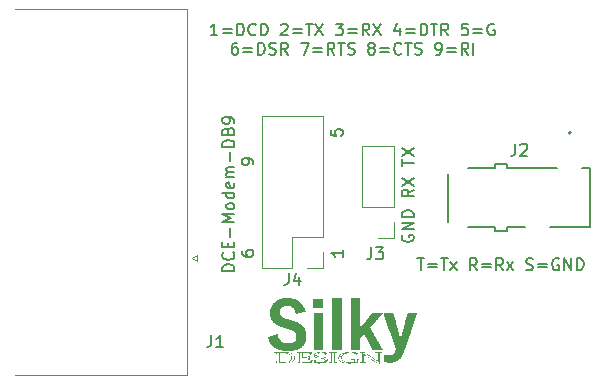
<source format=gbr>
%TF.GenerationSoftware,KiCad,Pcbnew,7.0.2*%
%TF.CreationDate,2024-01-06T01:05:47-08:00*%
%TF.ProjectId,MK_CommAdapter,4d4b5f43-6f6d-46d4-9164-61707465722e,1.0*%
%TF.SameCoordinates,Original*%
%TF.FileFunction,Legend,Top*%
%TF.FilePolarity,Positive*%
%FSLAX46Y46*%
G04 Gerber Fmt 4.6, Leading zero omitted, Abs format (unit mm)*
G04 Created by KiCad (PCBNEW 7.0.2) date 2024-01-06 01:05:47*
%MOMM*%
%LPD*%
G01*
G04 APERTURE LIST*
%ADD10C,0.180000*%
%ADD11C,0.150000*%
%ADD12C,0.120000*%
%ADD13C,0.127000*%
%ADD14C,0.200000*%
G04 APERTURE END LIST*
D10*
X147010419Y-84172514D02*
X147010419Y-84648704D01*
X147010419Y-84648704D02*
X147486609Y-84696323D01*
X147486609Y-84696323D02*
X147438990Y-84648704D01*
X147438990Y-84648704D02*
X147391371Y-84553466D01*
X147391371Y-84553466D02*
X147391371Y-84315371D01*
X147391371Y-84315371D02*
X147438990Y-84220133D01*
X147438990Y-84220133D02*
X147486609Y-84172514D01*
X147486609Y-84172514D02*
X147581847Y-84124895D01*
X147581847Y-84124895D02*
X147819942Y-84124895D01*
X147819942Y-84124895D02*
X147915180Y-84172514D01*
X147915180Y-84172514D02*
X147962800Y-84220133D01*
X147962800Y-84220133D02*
X148010419Y-84315371D01*
X148010419Y-84315371D02*
X148010419Y-84553466D01*
X148010419Y-84553466D02*
X147962800Y-84648704D01*
X147962800Y-84648704D02*
X147915180Y-84696323D01*
X140466619Y-87064885D02*
X140466619Y-86874409D01*
X140466619Y-86874409D02*
X140419000Y-86779171D01*
X140419000Y-86779171D02*
X140371380Y-86731552D01*
X140371380Y-86731552D02*
X140228523Y-86636314D01*
X140228523Y-86636314D02*
X140038047Y-86588695D01*
X140038047Y-86588695D02*
X139657095Y-86588695D01*
X139657095Y-86588695D02*
X139561857Y-86636314D01*
X139561857Y-86636314D02*
X139514238Y-86683933D01*
X139514238Y-86683933D02*
X139466619Y-86779171D01*
X139466619Y-86779171D02*
X139466619Y-86969647D01*
X139466619Y-86969647D02*
X139514238Y-87064885D01*
X139514238Y-87064885D02*
X139561857Y-87112504D01*
X139561857Y-87112504D02*
X139657095Y-87160123D01*
X139657095Y-87160123D02*
X139895190Y-87160123D01*
X139895190Y-87160123D02*
X139990428Y-87112504D01*
X139990428Y-87112504D02*
X140038047Y-87064885D01*
X140038047Y-87064885D02*
X140085666Y-86969647D01*
X140085666Y-86969647D02*
X140085666Y-86779171D01*
X140085666Y-86779171D02*
X140038047Y-86683933D01*
X140038047Y-86683933D02*
X139990428Y-86636314D01*
X139990428Y-86636314D02*
X139895190Y-86588695D01*
X139466619Y-94430933D02*
X139466619Y-94621409D01*
X139466619Y-94621409D02*
X139514238Y-94716647D01*
X139514238Y-94716647D02*
X139561857Y-94764266D01*
X139561857Y-94764266D02*
X139704714Y-94859504D01*
X139704714Y-94859504D02*
X139895190Y-94907123D01*
X139895190Y-94907123D02*
X140276142Y-94907123D01*
X140276142Y-94907123D02*
X140371380Y-94859504D01*
X140371380Y-94859504D02*
X140419000Y-94811885D01*
X140419000Y-94811885D02*
X140466619Y-94716647D01*
X140466619Y-94716647D02*
X140466619Y-94526171D01*
X140466619Y-94526171D02*
X140419000Y-94430933D01*
X140419000Y-94430933D02*
X140371380Y-94383314D01*
X140371380Y-94383314D02*
X140276142Y-94335695D01*
X140276142Y-94335695D02*
X140038047Y-94335695D01*
X140038047Y-94335695D02*
X139942809Y-94383314D01*
X139942809Y-94383314D02*
X139895190Y-94430933D01*
X139895190Y-94430933D02*
X139847571Y-94526171D01*
X139847571Y-94526171D02*
X139847571Y-94716647D01*
X139847571Y-94716647D02*
X139895190Y-94811885D01*
X139895190Y-94811885D02*
X139942809Y-94859504D01*
X139942809Y-94859504D02*
X140038047Y-94907123D01*
X148061219Y-94335695D02*
X148061219Y-94907123D01*
X148061219Y-94621409D02*
X147061219Y-94621409D01*
X147061219Y-94621409D02*
X147204076Y-94716647D01*
X147204076Y-94716647D02*
X147299314Y-94811885D01*
X147299314Y-94811885D02*
X147346933Y-94907123D01*
D11*
X137417018Y-76184819D02*
X136845590Y-76184819D01*
X137131304Y-76184819D02*
X137131304Y-75184819D01*
X137131304Y-75184819D02*
X137036066Y-75327676D01*
X137036066Y-75327676D02*
X136940828Y-75422914D01*
X136940828Y-75422914D02*
X136845590Y-75470533D01*
X137845590Y-75661009D02*
X138607495Y-75661009D01*
X138607495Y-75946723D02*
X137845590Y-75946723D01*
X139083685Y-76184819D02*
X139083685Y-75184819D01*
X139083685Y-75184819D02*
X139321780Y-75184819D01*
X139321780Y-75184819D02*
X139464637Y-75232438D01*
X139464637Y-75232438D02*
X139559875Y-75327676D01*
X139559875Y-75327676D02*
X139607494Y-75422914D01*
X139607494Y-75422914D02*
X139655113Y-75613390D01*
X139655113Y-75613390D02*
X139655113Y-75756247D01*
X139655113Y-75756247D02*
X139607494Y-75946723D01*
X139607494Y-75946723D02*
X139559875Y-76041961D01*
X139559875Y-76041961D02*
X139464637Y-76137200D01*
X139464637Y-76137200D02*
X139321780Y-76184819D01*
X139321780Y-76184819D02*
X139083685Y-76184819D01*
X140655113Y-76089580D02*
X140607494Y-76137200D01*
X140607494Y-76137200D02*
X140464637Y-76184819D01*
X140464637Y-76184819D02*
X140369399Y-76184819D01*
X140369399Y-76184819D02*
X140226542Y-76137200D01*
X140226542Y-76137200D02*
X140131304Y-76041961D01*
X140131304Y-76041961D02*
X140083685Y-75946723D01*
X140083685Y-75946723D02*
X140036066Y-75756247D01*
X140036066Y-75756247D02*
X140036066Y-75613390D01*
X140036066Y-75613390D02*
X140083685Y-75422914D01*
X140083685Y-75422914D02*
X140131304Y-75327676D01*
X140131304Y-75327676D02*
X140226542Y-75232438D01*
X140226542Y-75232438D02*
X140369399Y-75184819D01*
X140369399Y-75184819D02*
X140464637Y-75184819D01*
X140464637Y-75184819D02*
X140607494Y-75232438D01*
X140607494Y-75232438D02*
X140655113Y-75280057D01*
X141083685Y-76184819D02*
X141083685Y-75184819D01*
X141083685Y-75184819D02*
X141321780Y-75184819D01*
X141321780Y-75184819D02*
X141464637Y-75232438D01*
X141464637Y-75232438D02*
X141559875Y-75327676D01*
X141559875Y-75327676D02*
X141607494Y-75422914D01*
X141607494Y-75422914D02*
X141655113Y-75613390D01*
X141655113Y-75613390D02*
X141655113Y-75756247D01*
X141655113Y-75756247D02*
X141607494Y-75946723D01*
X141607494Y-75946723D02*
X141559875Y-76041961D01*
X141559875Y-76041961D02*
X141464637Y-76137200D01*
X141464637Y-76137200D02*
X141321780Y-76184819D01*
X141321780Y-76184819D02*
X141083685Y-76184819D01*
X142797971Y-75280057D02*
X142845590Y-75232438D01*
X142845590Y-75232438D02*
X142940828Y-75184819D01*
X142940828Y-75184819D02*
X143178923Y-75184819D01*
X143178923Y-75184819D02*
X143274161Y-75232438D01*
X143274161Y-75232438D02*
X143321780Y-75280057D01*
X143321780Y-75280057D02*
X143369399Y-75375295D01*
X143369399Y-75375295D02*
X143369399Y-75470533D01*
X143369399Y-75470533D02*
X143321780Y-75613390D01*
X143321780Y-75613390D02*
X142750352Y-76184819D01*
X142750352Y-76184819D02*
X143369399Y-76184819D01*
X143797971Y-75661009D02*
X144559876Y-75661009D01*
X144559876Y-75946723D02*
X143797971Y-75946723D01*
X144893209Y-75184819D02*
X145464637Y-75184819D01*
X145178923Y-76184819D02*
X145178923Y-75184819D01*
X145702733Y-75184819D02*
X146369399Y-76184819D01*
X146369399Y-75184819D02*
X145702733Y-76184819D01*
X147417019Y-75184819D02*
X148036066Y-75184819D01*
X148036066Y-75184819D02*
X147702733Y-75565771D01*
X147702733Y-75565771D02*
X147845590Y-75565771D01*
X147845590Y-75565771D02*
X147940828Y-75613390D01*
X147940828Y-75613390D02*
X147988447Y-75661009D01*
X147988447Y-75661009D02*
X148036066Y-75756247D01*
X148036066Y-75756247D02*
X148036066Y-75994342D01*
X148036066Y-75994342D02*
X147988447Y-76089580D01*
X147988447Y-76089580D02*
X147940828Y-76137200D01*
X147940828Y-76137200D02*
X147845590Y-76184819D01*
X147845590Y-76184819D02*
X147559876Y-76184819D01*
X147559876Y-76184819D02*
X147464638Y-76137200D01*
X147464638Y-76137200D02*
X147417019Y-76089580D01*
X148464638Y-75661009D02*
X149226543Y-75661009D01*
X149226543Y-75946723D02*
X148464638Y-75946723D01*
X150274161Y-76184819D02*
X149940828Y-75708628D01*
X149702733Y-76184819D02*
X149702733Y-75184819D01*
X149702733Y-75184819D02*
X150083685Y-75184819D01*
X150083685Y-75184819D02*
X150178923Y-75232438D01*
X150178923Y-75232438D02*
X150226542Y-75280057D01*
X150226542Y-75280057D02*
X150274161Y-75375295D01*
X150274161Y-75375295D02*
X150274161Y-75518152D01*
X150274161Y-75518152D02*
X150226542Y-75613390D01*
X150226542Y-75613390D02*
X150178923Y-75661009D01*
X150178923Y-75661009D02*
X150083685Y-75708628D01*
X150083685Y-75708628D02*
X149702733Y-75708628D01*
X150607495Y-75184819D02*
X151274161Y-76184819D01*
X151274161Y-75184819D02*
X150607495Y-76184819D01*
X152845590Y-75518152D02*
X152845590Y-76184819D01*
X152607495Y-75137200D02*
X152369400Y-75851485D01*
X152369400Y-75851485D02*
X152988447Y-75851485D01*
X153369400Y-75661009D02*
X154131305Y-75661009D01*
X154131305Y-75946723D02*
X153369400Y-75946723D01*
X154607495Y-76184819D02*
X154607495Y-75184819D01*
X154607495Y-75184819D02*
X154845590Y-75184819D01*
X154845590Y-75184819D02*
X154988447Y-75232438D01*
X154988447Y-75232438D02*
X155083685Y-75327676D01*
X155083685Y-75327676D02*
X155131304Y-75422914D01*
X155131304Y-75422914D02*
X155178923Y-75613390D01*
X155178923Y-75613390D02*
X155178923Y-75756247D01*
X155178923Y-75756247D02*
X155131304Y-75946723D01*
X155131304Y-75946723D02*
X155083685Y-76041961D01*
X155083685Y-76041961D02*
X154988447Y-76137200D01*
X154988447Y-76137200D02*
X154845590Y-76184819D01*
X154845590Y-76184819D02*
X154607495Y-76184819D01*
X155464638Y-75184819D02*
X156036066Y-75184819D01*
X155750352Y-76184819D02*
X155750352Y-75184819D01*
X156940828Y-76184819D02*
X156607495Y-75708628D01*
X156369400Y-76184819D02*
X156369400Y-75184819D01*
X156369400Y-75184819D02*
X156750352Y-75184819D01*
X156750352Y-75184819D02*
X156845590Y-75232438D01*
X156845590Y-75232438D02*
X156893209Y-75280057D01*
X156893209Y-75280057D02*
X156940828Y-75375295D01*
X156940828Y-75375295D02*
X156940828Y-75518152D01*
X156940828Y-75518152D02*
X156893209Y-75613390D01*
X156893209Y-75613390D02*
X156845590Y-75661009D01*
X156845590Y-75661009D02*
X156750352Y-75708628D01*
X156750352Y-75708628D02*
X156369400Y-75708628D01*
X158607495Y-75184819D02*
X158131305Y-75184819D01*
X158131305Y-75184819D02*
X158083686Y-75661009D01*
X158083686Y-75661009D02*
X158131305Y-75613390D01*
X158131305Y-75613390D02*
X158226543Y-75565771D01*
X158226543Y-75565771D02*
X158464638Y-75565771D01*
X158464638Y-75565771D02*
X158559876Y-75613390D01*
X158559876Y-75613390D02*
X158607495Y-75661009D01*
X158607495Y-75661009D02*
X158655114Y-75756247D01*
X158655114Y-75756247D02*
X158655114Y-75994342D01*
X158655114Y-75994342D02*
X158607495Y-76089580D01*
X158607495Y-76089580D02*
X158559876Y-76137200D01*
X158559876Y-76137200D02*
X158464638Y-76184819D01*
X158464638Y-76184819D02*
X158226543Y-76184819D01*
X158226543Y-76184819D02*
X158131305Y-76137200D01*
X158131305Y-76137200D02*
X158083686Y-76089580D01*
X159083686Y-75661009D02*
X159845591Y-75661009D01*
X159845591Y-75946723D02*
X159083686Y-75946723D01*
X160845590Y-75232438D02*
X160750352Y-75184819D01*
X160750352Y-75184819D02*
X160607495Y-75184819D01*
X160607495Y-75184819D02*
X160464638Y-75232438D01*
X160464638Y-75232438D02*
X160369400Y-75327676D01*
X160369400Y-75327676D02*
X160321781Y-75422914D01*
X160321781Y-75422914D02*
X160274162Y-75613390D01*
X160274162Y-75613390D02*
X160274162Y-75756247D01*
X160274162Y-75756247D02*
X160321781Y-75946723D01*
X160321781Y-75946723D02*
X160369400Y-76041961D01*
X160369400Y-76041961D02*
X160464638Y-76137200D01*
X160464638Y-76137200D02*
X160607495Y-76184819D01*
X160607495Y-76184819D02*
X160702733Y-76184819D01*
X160702733Y-76184819D02*
X160845590Y-76137200D01*
X160845590Y-76137200D02*
X160893209Y-76089580D01*
X160893209Y-76089580D02*
X160893209Y-75756247D01*
X160893209Y-75756247D02*
X160702733Y-75756247D01*
X139083685Y-76804819D02*
X138893209Y-76804819D01*
X138893209Y-76804819D02*
X138797971Y-76852438D01*
X138797971Y-76852438D02*
X138750352Y-76900057D01*
X138750352Y-76900057D02*
X138655114Y-77042914D01*
X138655114Y-77042914D02*
X138607495Y-77233390D01*
X138607495Y-77233390D02*
X138607495Y-77614342D01*
X138607495Y-77614342D02*
X138655114Y-77709580D01*
X138655114Y-77709580D02*
X138702733Y-77757200D01*
X138702733Y-77757200D02*
X138797971Y-77804819D01*
X138797971Y-77804819D02*
X138988447Y-77804819D01*
X138988447Y-77804819D02*
X139083685Y-77757200D01*
X139083685Y-77757200D02*
X139131304Y-77709580D01*
X139131304Y-77709580D02*
X139178923Y-77614342D01*
X139178923Y-77614342D02*
X139178923Y-77376247D01*
X139178923Y-77376247D02*
X139131304Y-77281009D01*
X139131304Y-77281009D02*
X139083685Y-77233390D01*
X139083685Y-77233390D02*
X138988447Y-77185771D01*
X138988447Y-77185771D02*
X138797971Y-77185771D01*
X138797971Y-77185771D02*
X138702733Y-77233390D01*
X138702733Y-77233390D02*
X138655114Y-77281009D01*
X138655114Y-77281009D02*
X138607495Y-77376247D01*
X139607495Y-77281009D02*
X140369400Y-77281009D01*
X140369400Y-77566723D02*
X139607495Y-77566723D01*
X140845590Y-77804819D02*
X140845590Y-76804819D01*
X140845590Y-76804819D02*
X141083685Y-76804819D01*
X141083685Y-76804819D02*
X141226542Y-76852438D01*
X141226542Y-76852438D02*
X141321780Y-76947676D01*
X141321780Y-76947676D02*
X141369399Y-77042914D01*
X141369399Y-77042914D02*
X141417018Y-77233390D01*
X141417018Y-77233390D02*
X141417018Y-77376247D01*
X141417018Y-77376247D02*
X141369399Y-77566723D01*
X141369399Y-77566723D02*
X141321780Y-77661961D01*
X141321780Y-77661961D02*
X141226542Y-77757200D01*
X141226542Y-77757200D02*
X141083685Y-77804819D01*
X141083685Y-77804819D02*
X140845590Y-77804819D01*
X141797971Y-77757200D02*
X141940828Y-77804819D01*
X141940828Y-77804819D02*
X142178923Y-77804819D01*
X142178923Y-77804819D02*
X142274161Y-77757200D01*
X142274161Y-77757200D02*
X142321780Y-77709580D01*
X142321780Y-77709580D02*
X142369399Y-77614342D01*
X142369399Y-77614342D02*
X142369399Y-77519104D01*
X142369399Y-77519104D02*
X142321780Y-77423866D01*
X142321780Y-77423866D02*
X142274161Y-77376247D01*
X142274161Y-77376247D02*
X142178923Y-77328628D01*
X142178923Y-77328628D02*
X141988447Y-77281009D01*
X141988447Y-77281009D02*
X141893209Y-77233390D01*
X141893209Y-77233390D02*
X141845590Y-77185771D01*
X141845590Y-77185771D02*
X141797971Y-77090533D01*
X141797971Y-77090533D02*
X141797971Y-76995295D01*
X141797971Y-76995295D02*
X141845590Y-76900057D01*
X141845590Y-76900057D02*
X141893209Y-76852438D01*
X141893209Y-76852438D02*
X141988447Y-76804819D01*
X141988447Y-76804819D02*
X142226542Y-76804819D01*
X142226542Y-76804819D02*
X142369399Y-76852438D01*
X143369399Y-77804819D02*
X143036066Y-77328628D01*
X142797971Y-77804819D02*
X142797971Y-76804819D01*
X142797971Y-76804819D02*
X143178923Y-76804819D01*
X143178923Y-76804819D02*
X143274161Y-76852438D01*
X143274161Y-76852438D02*
X143321780Y-76900057D01*
X143321780Y-76900057D02*
X143369399Y-76995295D01*
X143369399Y-76995295D02*
X143369399Y-77138152D01*
X143369399Y-77138152D02*
X143321780Y-77233390D01*
X143321780Y-77233390D02*
X143274161Y-77281009D01*
X143274161Y-77281009D02*
X143178923Y-77328628D01*
X143178923Y-77328628D02*
X142797971Y-77328628D01*
X144464638Y-76804819D02*
X145131304Y-76804819D01*
X145131304Y-76804819D02*
X144702733Y-77804819D01*
X145512257Y-77281009D02*
X146274162Y-77281009D01*
X146274162Y-77566723D02*
X145512257Y-77566723D01*
X147321780Y-77804819D02*
X146988447Y-77328628D01*
X146750352Y-77804819D02*
X146750352Y-76804819D01*
X146750352Y-76804819D02*
X147131304Y-76804819D01*
X147131304Y-76804819D02*
X147226542Y-76852438D01*
X147226542Y-76852438D02*
X147274161Y-76900057D01*
X147274161Y-76900057D02*
X147321780Y-76995295D01*
X147321780Y-76995295D02*
X147321780Y-77138152D01*
X147321780Y-77138152D02*
X147274161Y-77233390D01*
X147274161Y-77233390D02*
X147226542Y-77281009D01*
X147226542Y-77281009D02*
X147131304Y-77328628D01*
X147131304Y-77328628D02*
X146750352Y-77328628D01*
X147607495Y-76804819D02*
X148178923Y-76804819D01*
X147893209Y-77804819D02*
X147893209Y-76804819D01*
X148464638Y-77757200D02*
X148607495Y-77804819D01*
X148607495Y-77804819D02*
X148845590Y-77804819D01*
X148845590Y-77804819D02*
X148940828Y-77757200D01*
X148940828Y-77757200D02*
X148988447Y-77709580D01*
X148988447Y-77709580D02*
X149036066Y-77614342D01*
X149036066Y-77614342D02*
X149036066Y-77519104D01*
X149036066Y-77519104D02*
X148988447Y-77423866D01*
X148988447Y-77423866D02*
X148940828Y-77376247D01*
X148940828Y-77376247D02*
X148845590Y-77328628D01*
X148845590Y-77328628D02*
X148655114Y-77281009D01*
X148655114Y-77281009D02*
X148559876Y-77233390D01*
X148559876Y-77233390D02*
X148512257Y-77185771D01*
X148512257Y-77185771D02*
X148464638Y-77090533D01*
X148464638Y-77090533D02*
X148464638Y-76995295D01*
X148464638Y-76995295D02*
X148512257Y-76900057D01*
X148512257Y-76900057D02*
X148559876Y-76852438D01*
X148559876Y-76852438D02*
X148655114Y-76804819D01*
X148655114Y-76804819D02*
X148893209Y-76804819D01*
X148893209Y-76804819D02*
X149036066Y-76852438D01*
X150369400Y-77233390D02*
X150274162Y-77185771D01*
X150274162Y-77185771D02*
X150226543Y-77138152D01*
X150226543Y-77138152D02*
X150178924Y-77042914D01*
X150178924Y-77042914D02*
X150178924Y-76995295D01*
X150178924Y-76995295D02*
X150226543Y-76900057D01*
X150226543Y-76900057D02*
X150274162Y-76852438D01*
X150274162Y-76852438D02*
X150369400Y-76804819D01*
X150369400Y-76804819D02*
X150559876Y-76804819D01*
X150559876Y-76804819D02*
X150655114Y-76852438D01*
X150655114Y-76852438D02*
X150702733Y-76900057D01*
X150702733Y-76900057D02*
X150750352Y-76995295D01*
X150750352Y-76995295D02*
X150750352Y-77042914D01*
X150750352Y-77042914D02*
X150702733Y-77138152D01*
X150702733Y-77138152D02*
X150655114Y-77185771D01*
X150655114Y-77185771D02*
X150559876Y-77233390D01*
X150559876Y-77233390D02*
X150369400Y-77233390D01*
X150369400Y-77233390D02*
X150274162Y-77281009D01*
X150274162Y-77281009D02*
X150226543Y-77328628D01*
X150226543Y-77328628D02*
X150178924Y-77423866D01*
X150178924Y-77423866D02*
X150178924Y-77614342D01*
X150178924Y-77614342D02*
X150226543Y-77709580D01*
X150226543Y-77709580D02*
X150274162Y-77757200D01*
X150274162Y-77757200D02*
X150369400Y-77804819D01*
X150369400Y-77804819D02*
X150559876Y-77804819D01*
X150559876Y-77804819D02*
X150655114Y-77757200D01*
X150655114Y-77757200D02*
X150702733Y-77709580D01*
X150702733Y-77709580D02*
X150750352Y-77614342D01*
X150750352Y-77614342D02*
X150750352Y-77423866D01*
X150750352Y-77423866D02*
X150702733Y-77328628D01*
X150702733Y-77328628D02*
X150655114Y-77281009D01*
X150655114Y-77281009D02*
X150559876Y-77233390D01*
X151178924Y-77281009D02*
X151940829Y-77281009D01*
X151940829Y-77566723D02*
X151178924Y-77566723D01*
X152988447Y-77709580D02*
X152940828Y-77757200D01*
X152940828Y-77757200D02*
X152797971Y-77804819D01*
X152797971Y-77804819D02*
X152702733Y-77804819D01*
X152702733Y-77804819D02*
X152559876Y-77757200D01*
X152559876Y-77757200D02*
X152464638Y-77661961D01*
X152464638Y-77661961D02*
X152417019Y-77566723D01*
X152417019Y-77566723D02*
X152369400Y-77376247D01*
X152369400Y-77376247D02*
X152369400Y-77233390D01*
X152369400Y-77233390D02*
X152417019Y-77042914D01*
X152417019Y-77042914D02*
X152464638Y-76947676D01*
X152464638Y-76947676D02*
X152559876Y-76852438D01*
X152559876Y-76852438D02*
X152702733Y-76804819D01*
X152702733Y-76804819D02*
X152797971Y-76804819D01*
X152797971Y-76804819D02*
X152940828Y-76852438D01*
X152940828Y-76852438D02*
X152988447Y-76900057D01*
X153274162Y-76804819D02*
X153845590Y-76804819D01*
X153559876Y-77804819D02*
X153559876Y-76804819D01*
X154131305Y-77757200D02*
X154274162Y-77804819D01*
X154274162Y-77804819D02*
X154512257Y-77804819D01*
X154512257Y-77804819D02*
X154607495Y-77757200D01*
X154607495Y-77757200D02*
X154655114Y-77709580D01*
X154655114Y-77709580D02*
X154702733Y-77614342D01*
X154702733Y-77614342D02*
X154702733Y-77519104D01*
X154702733Y-77519104D02*
X154655114Y-77423866D01*
X154655114Y-77423866D02*
X154607495Y-77376247D01*
X154607495Y-77376247D02*
X154512257Y-77328628D01*
X154512257Y-77328628D02*
X154321781Y-77281009D01*
X154321781Y-77281009D02*
X154226543Y-77233390D01*
X154226543Y-77233390D02*
X154178924Y-77185771D01*
X154178924Y-77185771D02*
X154131305Y-77090533D01*
X154131305Y-77090533D02*
X154131305Y-76995295D01*
X154131305Y-76995295D02*
X154178924Y-76900057D01*
X154178924Y-76900057D02*
X154226543Y-76852438D01*
X154226543Y-76852438D02*
X154321781Y-76804819D01*
X154321781Y-76804819D02*
X154559876Y-76804819D01*
X154559876Y-76804819D02*
X154702733Y-76852438D01*
X155940829Y-77804819D02*
X156131305Y-77804819D01*
X156131305Y-77804819D02*
X156226543Y-77757200D01*
X156226543Y-77757200D02*
X156274162Y-77709580D01*
X156274162Y-77709580D02*
X156369400Y-77566723D01*
X156369400Y-77566723D02*
X156417019Y-77376247D01*
X156417019Y-77376247D02*
X156417019Y-76995295D01*
X156417019Y-76995295D02*
X156369400Y-76900057D01*
X156369400Y-76900057D02*
X156321781Y-76852438D01*
X156321781Y-76852438D02*
X156226543Y-76804819D01*
X156226543Y-76804819D02*
X156036067Y-76804819D01*
X156036067Y-76804819D02*
X155940829Y-76852438D01*
X155940829Y-76852438D02*
X155893210Y-76900057D01*
X155893210Y-76900057D02*
X155845591Y-76995295D01*
X155845591Y-76995295D02*
X155845591Y-77233390D01*
X155845591Y-77233390D02*
X155893210Y-77328628D01*
X155893210Y-77328628D02*
X155940829Y-77376247D01*
X155940829Y-77376247D02*
X156036067Y-77423866D01*
X156036067Y-77423866D02*
X156226543Y-77423866D01*
X156226543Y-77423866D02*
X156321781Y-77376247D01*
X156321781Y-77376247D02*
X156369400Y-77328628D01*
X156369400Y-77328628D02*
X156417019Y-77233390D01*
X156845591Y-77281009D02*
X157607496Y-77281009D01*
X157607496Y-77566723D02*
X156845591Y-77566723D01*
X158655114Y-77804819D02*
X158321781Y-77328628D01*
X158083686Y-77804819D02*
X158083686Y-76804819D01*
X158083686Y-76804819D02*
X158464638Y-76804819D01*
X158464638Y-76804819D02*
X158559876Y-76852438D01*
X158559876Y-76852438D02*
X158607495Y-76900057D01*
X158607495Y-76900057D02*
X158655114Y-76995295D01*
X158655114Y-76995295D02*
X158655114Y-77138152D01*
X158655114Y-77138152D02*
X158607495Y-77233390D01*
X158607495Y-77233390D02*
X158559876Y-77281009D01*
X158559876Y-77281009D02*
X158464638Y-77328628D01*
X158464638Y-77328628D02*
X158083686Y-77328628D01*
X159083686Y-77804819D02*
X159083686Y-76804819D01*
%TO.C,J4*%
X143435666Y-96321119D02*
X143435666Y-97035404D01*
X143435666Y-97035404D02*
X143388047Y-97178261D01*
X143388047Y-97178261D02*
X143292809Y-97273500D01*
X143292809Y-97273500D02*
X143149952Y-97321119D01*
X143149952Y-97321119D02*
X143054714Y-97321119D01*
X144340428Y-96654452D02*
X144340428Y-97321119D01*
X144102333Y-96273500D02*
X143864238Y-96987785D01*
X143864238Y-96987785D02*
X144483285Y-96987785D01*
%TO.C,J3*%
X150441066Y-94128419D02*
X150441066Y-94842704D01*
X150441066Y-94842704D02*
X150393447Y-94985561D01*
X150393447Y-94985561D02*
X150298209Y-95080800D01*
X150298209Y-95080800D02*
X150155352Y-95128419D01*
X150155352Y-95128419D02*
X150060114Y-95128419D01*
X150822019Y-94128419D02*
X151441066Y-94128419D01*
X151441066Y-94128419D02*
X151107733Y-94509371D01*
X151107733Y-94509371D02*
X151250590Y-94509371D01*
X151250590Y-94509371D02*
X151345828Y-94556990D01*
X151345828Y-94556990D02*
X151393447Y-94604609D01*
X151393447Y-94604609D02*
X151441066Y-94699847D01*
X151441066Y-94699847D02*
X151441066Y-94937942D01*
X151441066Y-94937942D02*
X151393447Y-95033180D01*
X151393447Y-95033180D02*
X151345828Y-95080800D01*
X151345828Y-95080800D02*
X151250590Y-95128419D01*
X151250590Y-95128419D02*
X150964876Y-95128419D01*
X150964876Y-95128419D02*
X150869638Y-95080800D01*
X150869638Y-95080800D02*
X150822019Y-95033180D01*
X153078638Y-93095343D02*
X153031019Y-93190581D01*
X153031019Y-93190581D02*
X153031019Y-93333438D01*
X153031019Y-93333438D02*
X153078638Y-93476295D01*
X153078638Y-93476295D02*
X153173876Y-93571533D01*
X153173876Y-93571533D02*
X153269114Y-93619152D01*
X153269114Y-93619152D02*
X153459590Y-93666771D01*
X153459590Y-93666771D02*
X153602447Y-93666771D01*
X153602447Y-93666771D02*
X153792923Y-93619152D01*
X153792923Y-93619152D02*
X153888161Y-93571533D01*
X153888161Y-93571533D02*
X153983400Y-93476295D01*
X153983400Y-93476295D02*
X154031019Y-93333438D01*
X154031019Y-93333438D02*
X154031019Y-93238200D01*
X154031019Y-93238200D02*
X153983400Y-93095343D01*
X153983400Y-93095343D02*
X153935780Y-93047724D01*
X153935780Y-93047724D02*
X153602447Y-93047724D01*
X153602447Y-93047724D02*
X153602447Y-93238200D01*
X154031019Y-92619152D02*
X153031019Y-92619152D01*
X153031019Y-92619152D02*
X154031019Y-92047724D01*
X154031019Y-92047724D02*
X153031019Y-92047724D01*
X154031019Y-91571533D02*
X153031019Y-91571533D01*
X153031019Y-91571533D02*
X153031019Y-91333438D01*
X153031019Y-91333438D02*
X153078638Y-91190581D01*
X153078638Y-91190581D02*
X153173876Y-91095343D01*
X153173876Y-91095343D02*
X153269114Y-91047724D01*
X153269114Y-91047724D02*
X153459590Y-91000105D01*
X153459590Y-91000105D02*
X153602447Y-91000105D01*
X153602447Y-91000105D02*
X153792923Y-91047724D01*
X153792923Y-91047724D02*
X153888161Y-91095343D01*
X153888161Y-91095343D02*
X153983400Y-91190581D01*
X153983400Y-91190581D02*
X154031019Y-91333438D01*
X154031019Y-91333438D02*
X154031019Y-91571533D01*
X154031019Y-89238200D02*
X153554828Y-89571533D01*
X154031019Y-89809628D02*
X153031019Y-89809628D01*
X153031019Y-89809628D02*
X153031019Y-89428676D01*
X153031019Y-89428676D02*
X153078638Y-89333438D01*
X153078638Y-89333438D02*
X153126257Y-89285819D01*
X153126257Y-89285819D02*
X153221495Y-89238200D01*
X153221495Y-89238200D02*
X153364352Y-89238200D01*
X153364352Y-89238200D02*
X153459590Y-89285819D01*
X153459590Y-89285819D02*
X153507209Y-89333438D01*
X153507209Y-89333438D02*
X153554828Y-89428676D01*
X153554828Y-89428676D02*
X153554828Y-89809628D01*
X153031019Y-88904866D02*
X154031019Y-88238200D01*
X153031019Y-88238200D02*
X154031019Y-88904866D01*
X153031019Y-87238199D02*
X153031019Y-86666771D01*
X154031019Y-86952485D02*
X153031019Y-86952485D01*
X153031019Y-86428675D02*
X154031019Y-85762009D01*
X153031019Y-85762009D02*
X154031019Y-86428675D01*
%TO.C,J2*%
X162633066Y-85365419D02*
X162633066Y-86079704D01*
X162633066Y-86079704D02*
X162585447Y-86222561D01*
X162585447Y-86222561D02*
X162490209Y-86317800D01*
X162490209Y-86317800D02*
X162347352Y-86365419D01*
X162347352Y-86365419D02*
X162252114Y-86365419D01*
X163061638Y-85460657D02*
X163109257Y-85413038D01*
X163109257Y-85413038D02*
X163204495Y-85365419D01*
X163204495Y-85365419D02*
X163442590Y-85365419D01*
X163442590Y-85365419D02*
X163537828Y-85413038D01*
X163537828Y-85413038D02*
X163585447Y-85460657D01*
X163585447Y-85460657D02*
X163633066Y-85555895D01*
X163633066Y-85555895D02*
X163633066Y-85651133D01*
X163633066Y-85651133D02*
X163585447Y-85793990D01*
X163585447Y-85793990D02*
X163014019Y-86365419D01*
X163014019Y-86365419D02*
X163633066Y-86365419D01*
X154321762Y-95068219D02*
X154893190Y-95068219D01*
X154607476Y-96068219D02*
X154607476Y-95068219D01*
X155226524Y-95544409D02*
X155988429Y-95544409D01*
X155988429Y-95830123D02*
X155226524Y-95830123D01*
X156321762Y-95068219D02*
X156893190Y-95068219D01*
X156607476Y-96068219D02*
X156607476Y-95068219D01*
X157131286Y-96068219D02*
X157655095Y-95401552D01*
X157131286Y-95401552D02*
X157655095Y-96068219D01*
X159369381Y-96068219D02*
X159036048Y-95592028D01*
X158797953Y-96068219D02*
X158797953Y-95068219D01*
X158797953Y-95068219D02*
X159178905Y-95068219D01*
X159178905Y-95068219D02*
X159274143Y-95115838D01*
X159274143Y-95115838D02*
X159321762Y-95163457D01*
X159321762Y-95163457D02*
X159369381Y-95258695D01*
X159369381Y-95258695D02*
X159369381Y-95401552D01*
X159369381Y-95401552D02*
X159321762Y-95496790D01*
X159321762Y-95496790D02*
X159274143Y-95544409D01*
X159274143Y-95544409D02*
X159178905Y-95592028D01*
X159178905Y-95592028D02*
X158797953Y-95592028D01*
X159797953Y-95544409D02*
X160559858Y-95544409D01*
X160559858Y-95830123D02*
X159797953Y-95830123D01*
X161607476Y-96068219D02*
X161274143Y-95592028D01*
X161036048Y-96068219D02*
X161036048Y-95068219D01*
X161036048Y-95068219D02*
X161417000Y-95068219D01*
X161417000Y-95068219D02*
X161512238Y-95115838D01*
X161512238Y-95115838D02*
X161559857Y-95163457D01*
X161559857Y-95163457D02*
X161607476Y-95258695D01*
X161607476Y-95258695D02*
X161607476Y-95401552D01*
X161607476Y-95401552D02*
X161559857Y-95496790D01*
X161559857Y-95496790D02*
X161512238Y-95544409D01*
X161512238Y-95544409D02*
X161417000Y-95592028D01*
X161417000Y-95592028D02*
X161036048Y-95592028D01*
X161940810Y-96068219D02*
X162464619Y-95401552D01*
X161940810Y-95401552D02*
X162464619Y-96068219D01*
X163559858Y-96020600D02*
X163702715Y-96068219D01*
X163702715Y-96068219D02*
X163940810Y-96068219D01*
X163940810Y-96068219D02*
X164036048Y-96020600D01*
X164036048Y-96020600D02*
X164083667Y-95972980D01*
X164083667Y-95972980D02*
X164131286Y-95877742D01*
X164131286Y-95877742D02*
X164131286Y-95782504D01*
X164131286Y-95782504D02*
X164083667Y-95687266D01*
X164083667Y-95687266D02*
X164036048Y-95639647D01*
X164036048Y-95639647D02*
X163940810Y-95592028D01*
X163940810Y-95592028D02*
X163750334Y-95544409D01*
X163750334Y-95544409D02*
X163655096Y-95496790D01*
X163655096Y-95496790D02*
X163607477Y-95449171D01*
X163607477Y-95449171D02*
X163559858Y-95353933D01*
X163559858Y-95353933D02*
X163559858Y-95258695D01*
X163559858Y-95258695D02*
X163607477Y-95163457D01*
X163607477Y-95163457D02*
X163655096Y-95115838D01*
X163655096Y-95115838D02*
X163750334Y-95068219D01*
X163750334Y-95068219D02*
X163988429Y-95068219D01*
X163988429Y-95068219D02*
X164131286Y-95115838D01*
X164559858Y-95544409D02*
X165321763Y-95544409D01*
X165321763Y-95830123D02*
X164559858Y-95830123D01*
X166321762Y-95115838D02*
X166226524Y-95068219D01*
X166226524Y-95068219D02*
X166083667Y-95068219D01*
X166083667Y-95068219D02*
X165940810Y-95115838D01*
X165940810Y-95115838D02*
X165845572Y-95211076D01*
X165845572Y-95211076D02*
X165797953Y-95306314D01*
X165797953Y-95306314D02*
X165750334Y-95496790D01*
X165750334Y-95496790D02*
X165750334Y-95639647D01*
X165750334Y-95639647D02*
X165797953Y-95830123D01*
X165797953Y-95830123D02*
X165845572Y-95925361D01*
X165845572Y-95925361D02*
X165940810Y-96020600D01*
X165940810Y-96020600D02*
X166083667Y-96068219D01*
X166083667Y-96068219D02*
X166178905Y-96068219D01*
X166178905Y-96068219D02*
X166321762Y-96020600D01*
X166321762Y-96020600D02*
X166369381Y-95972980D01*
X166369381Y-95972980D02*
X166369381Y-95639647D01*
X166369381Y-95639647D02*
X166178905Y-95639647D01*
X166797953Y-96068219D02*
X166797953Y-95068219D01*
X166797953Y-95068219D02*
X167369381Y-96068219D01*
X167369381Y-96068219D02*
X167369381Y-95068219D01*
X167845572Y-96068219D02*
X167845572Y-95068219D01*
X167845572Y-95068219D02*
X168083667Y-95068219D01*
X168083667Y-95068219D02*
X168226524Y-95115838D01*
X168226524Y-95115838D02*
X168321762Y-95211076D01*
X168321762Y-95211076D02*
X168369381Y-95306314D01*
X168369381Y-95306314D02*
X168417000Y-95496790D01*
X168417000Y-95496790D02*
X168417000Y-95639647D01*
X168417000Y-95639647D02*
X168369381Y-95830123D01*
X168369381Y-95830123D02*
X168321762Y-95925361D01*
X168321762Y-95925361D02*
X168226524Y-96020600D01*
X168226524Y-96020600D02*
X168083667Y-96068219D01*
X168083667Y-96068219D02*
X167845572Y-96068219D01*
%TO.C,J1*%
X136902866Y-101570619D02*
X136902866Y-102284904D01*
X136902866Y-102284904D02*
X136855247Y-102427761D01*
X136855247Y-102427761D02*
X136760009Y-102523000D01*
X136760009Y-102523000D02*
X136617152Y-102570619D01*
X136617152Y-102570619D02*
X136521914Y-102570619D01*
X137902866Y-102570619D02*
X137331438Y-102570619D01*
X137617152Y-102570619D02*
X137617152Y-101570619D01*
X137617152Y-101570619D02*
X137521914Y-101713476D01*
X137521914Y-101713476D02*
X137426676Y-101808714D01*
X137426676Y-101808714D02*
X137331438Y-101856333D01*
X138841819Y-96136599D02*
X137841819Y-96136599D01*
X137841819Y-96136599D02*
X137841819Y-95898504D01*
X137841819Y-95898504D02*
X137889438Y-95755647D01*
X137889438Y-95755647D02*
X137984676Y-95660409D01*
X137984676Y-95660409D02*
X138079914Y-95612790D01*
X138079914Y-95612790D02*
X138270390Y-95565171D01*
X138270390Y-95565171D02*
X138413247Y-95565171D01*
X138413247Y-95565171D02*
X138603723Y-95612790D01*
X138603723Y-95612790D02*
X138698961Y-95660409D01*
X138698961Y-95660409D02*
X138794200Y-95755647D01*
X138794200Y-95755647D02*
X138841819Y-95898504D01*
X138841819Y-95898504D02*
X138841819Y-96136599D01*
X138746580Y-94565171D02*
X138794200Y-94612790D01*
X138794200Y-94612790D02*
X138841819Y-94755647D01*
X138841819Y-94755647D02*
X138841819Y-94850885D01*
X138841819Y-94850885D02*
X138794200Y-94993742D01*
X138794200Y-94993742D02*
X138698961Y-95088980D01*
X138698961Y-95088980D02*
X138603723Y-95136599D01*
X138603723Y-95136599D02*
X138413247Y-95184218D01*
X138413247Y-95184218D02*
X138270390Y-95184218D01*
X138270390Y-95184218D02*
X138079914Y-95136599D01*
X138079914Y-95136599D02*
X137984676Y-95088980D01*
X137984676Y-95088980D02*
X137889438Y-94993742D01*
X137889438Y-94993742D02*
X137841819Y-94850885D01*
X137841819Y-94850885D02*
X137841819Y-94755647D01*
X137841819Y-94755647D02*
X137889438Y-94612790D01*
X137889438Y-94612790D02*
X137937057Y-94565171D01*
X138318009Y-94136599D02*
X138318009Y-93803266D01*
X138841819Y-93660409D02*
X138841819Y-94136599D01*
X138841819Y-94136599D02*
X137841819Y-94136599D01*
X137841819Y-94136599D02*
X137841819Y-93660409D01*
X138460866Y-93231837D02*
X138460866Y-92469933D01*
X138841819Y-91993742D02*
X137841819Y-91993742D01*
X137841819Y-91993742D02*
X138556104Y-91660409D01*
X138556104Y-91660409D02*
X137841819Y-91327076D01*
X137841819Y-91327076D02*
X138841819Y-91327076D01*
X138841819Y-90708028D02*
X138794200Y-90803266D01*
X138794200Y-90803266D02*
X138746580Y-90850885D01*
X138746580Y-90850885D02*
X138651342Y-90898504D01*
X138651342Y-90898504D02*
X138365628Y-90898504D01*
X138365628Y-90898504D02*
X138270390Y-90850885D01*
X138270390Y-90850885D02*
X138222771Y-90803266D01*
X138222771Y-90803266D02*
X138175152Y-90708028D01*
X138175152Y-90708028D02*
X138175152Y-90565171D01*
X138175152Y-90565171D02*
X138222771Y-90469933D01*
X138222771Y-90469933D02*
X138270390Y-90422314D01*
X138270390Y-90422314D02*
X138365628Y-90374695D01*
X138365628Y-90374695D02*
X138651342Y-90374695D01*
X138651342Y-90374695D02*
X138746580Y-90422314D01*
X138746580Y-90422314D02*
X138794200Y-90469933D01*
X138794200Y-90469933D02*
X138841819Y-90565171D01*
X138841819Y-90565171D02*
X138841819Y-90708028D01*
X138841819Y-89517552D02*
X137841819Y-89517552D01*
X138794200Y-89517552D02*
X138841819Y-89612790D01*
X138841819Y-89612790D02*
X138841819Y-89803266D01*
X138841819Y-89803266D02*
X138794200Y-89898504D01*
X138794200Y-89898504D02*
X138746580Y-89946123D01*
X138746580Y-89946123D02*
X138651342Y-89993742D01*
X138651342Y-89993742D02*
X138365628Y-89993742D01*
X138365628Y-89993742D02*
X138270390Y-89946123D01*
X138270390Y-89946123D02*
X138222771Y-89898504D01*
X138222771Y-89898504D02*
X138175152Y-89803266D01*
X138175152Y-89803266D02*
X138175152Y-89612790D01*
X138175152Y-89612790D02*
X138222771Y-89517552D01*
X138794200Y-88660409D02*
X138841819Y-88755647D01*
X138841819Y-88755647D02*
X138841819Y-88946123D01*
X138841819Y-88946123D02*
X138794200Y-89041361D01*
X138794200Y-89041361D02*
X138698961Y-89088980D01*
X138698961Y-89088980D02*
X138318009Y-89088980D01*
X138318009Y-89088980D02*
X138222771Y-89041361D01*
X138222771Y-89041361D02*
X138175152Y-88946123D01*
X138175152Y-88946123D02*
X138175152Y-88755647D01*
X138175152Y-88755647D02*
X138222771Y-88660409D01*
X138222771Y-88660409D02*
X138318009Y-88612790D01*
X138318009Y-88612790D02*
X138413247Y-88612790D01*
X138413247Y-88612790D02*
X138508485Y-89088980D01*
X138841819Y-88184218D02*
X138175152Y-88184218D01*
X138270390Y-88184218D02*
X138222771Y-88136599D01*
X138222771Y-88136599D02*
X138175152Y-88041361D01*
X138175152Y-88041361D02*
X138175152Y-87898504D01*
X138175152Y-87898504D02*
X138222771Y-87803266D01*
X138222771Y-87803266D02*
X138318009Y-87755647D01*
X138318009Y-87755647D02*
X138841819Y-87755647D01*
X138318009Y-87755647D02*
X138222771Y-87708028D01*
X138222771Y-87708028D02*
X138175152Y-87612790D01*
X138175152Y-87612790D02*
X138175152Y-87469933D01*
X138175152Y-87469933D02*
X138222771Y-87374694D01*
X138222771Y-87374694D02*
X138318009Y-87327075D01*
X138318009Y-87327075D02*
X138841819Y-87327075D01*
X138460866Y-86850885D02*
X138460866Y-86088981D01*
X138841819Y-85612790D02*
X137841819Y-85612790D01*
X137841819Y-85612790D02*
X137841819Y-85374695D01*
X137841819Y-85374695D02*
X137889438Y-85231838D01*
X137889438Y-85231838D02*
X137984676Y-85136600D01*
X137984676Y-85136600D02*
X138079914Y-85088981D01*
X138079914Y-85088981D02*
X138270390Y-85041362D01*
X138270390Y-85041362D02*
X138413247Y-85041362D01*
X138413247Y-85041362D02*
X138603723Y-85088981D01*
X138603723Y-85088981D02*
X138698961Y-85136600D01*
X138698961Y-85136600D02*
X138794200Y-85231838D01*
X138794200Y-85231838D02*
X138841819Y-85374695D01*
X138841819Y-85374695D02*
X138841819Y-85612790D01*
X138318009Y-84279457D02*
X138365628Y-84136600D01*
X138365628Y-84136600D02*
X138413247Y-84088981D01*
X138413247Y-84088981D02*
X138508485Y-84041362D01*
X138508485Y-84041362D02*
X138651342Y-84041362D01*
X138651342Y-84041362D02*
X138746580Y-84088981D01*
X138746580Y-84088981D02*
X138794200Y-84136600D01*
X138794200Y-84136600D02*
X138841819Y-84231838D01*
X138841819Y-84231838D02*
X138841819Y-84612790D01*
X138841819Y-84612790D02*
X137841819Y-84612790D01*
X137841819Y-84612790D02*
X137841819Y-84279457D01*
X137841819Y-84279457D02*
X137889438Y-84184219D01*
X137889438Y-84184219D02*
X137937057Y-84136600D01*
X137937057Y-84136600D02*
X138032295Y-84088981D01*
X138032295Y-84088981D02*
X138127533Y-84088981D01*
X138127533Y-84088981D02*
X138222771Y-84136600D01*
X138222771Y-84136600D02*
X138270390Y-84184219D01*
X138270390Y-84184219D02*
X138318009Y-84279457D01*
X138318009Y-84279457D02*
X138318009Y-84612790D01*
X138841819Y-83565171D02*
X138841819Y-83374695D01*
X138841819Y-83374695D02*
X138794200Y-83279457D01*
X138794200Y-83279457D02*
X138746580Y-83231838D01*
X138746580Y-83231838D02*
X138603723Y-83136600D01*
X138603723Y-83136600D02*
X138413247Y-83088981D01*
X138413247Y-83088981D02*
X138032295Y-83088981D01*
X138032295Y-83088981D02*
X137937057Y-83136600D01*
X137937057Y-83136600D02*
X137889438Y-83184219D01*
X137889438Y-83184219D02*
X137841819Y-83279457D01*
X137841819Y-83279457D02*
X137841819Y-83469933D01*
X137841819Y-83469933D02*
X137889438Y-83565171D01*
X137889438Y-83565171D02*
X137937057Y-83612790D01*
X137937057Y-83612790D02*
X138032295Y-83660409D01*
X138032295Y-83660409D02*
X138270390Y-83660409D01*
X138270390Y-83660409D02*
X138365628Y-83612790D01*
X138365628Y-83612790D02*
X138413247Y-83565171D01*
X138413247Y-83565171D02*
X138460866Y-83469933D01*
X138460866Y-83469933D02*
X138460866Y-83279457D01*
X138460866Y-83279457D02*
X138413247Y-83184219D01*
X138413247Y-83184219D02*
X138365628Y-83136600D01*
X138365628Y-83136600D02*
X138270390Y-83088981D01*
D12*
%TO.C,J4*%
X146369000Y-95858500D02*
X145039000Y-95858500D01*
X146369000Y-94528500D02*
X146369000Y-95858500D01*
X146369000Y-93258500D02*
X146369000Y-83038500D01*
X146369000Y-93258500D02*
X143769000Y-93258500D01*
X146369000Y-83038500D02*
X141169000Y-83038500D01*
X143769000Y-95858500D02*
X141169000Y-95858500D01*
X143769000Y-93258500D02*
X143769000Y-95858500D01*
X141169000Y-95858500D02*
X141169000Y-83038500D01*
%TO.C,G\u002A\u002A\u002A*%
G36*
X149700121Y-103018208D02*
G01*
X149921452Y-103018796D01*
X150118206Y-103156980D01*
X150149552Y-103178926D01*
X150184652Y-103203374D01*
X150223032Y-103230004D01*
X150264223Y-103258493D01*
X150307751Y-103288520D01*
X150353146Y-103319764D01*
X150399936Y-103351903D01*
X150447649Y-103384614D01*
X150495813Y-103417577D01*
X150543957Y-103450470D01*
X150591610Y-103482971D01*
X150638298Y-103514758D01*
X150683552Y-103545510D01*
X150726899Y-103574906D01*
X150767867Y-103602623D01*
X150805986Y-103628340D01*
X150840782Y-103651735D01*
X150871785Y-103672487D01*
X150898523Y-103690274D01*
X150920525Y-103704774D01*
X150937318Y-103715666D01*
X150939465Y-103717036D01*
X150993693Y-103751551D01*
X150994790Y-103540530D01*
X150994967Y-103468974D01*
X150994725Y-103403580D01*
X150994068Y-103344434D01*
X150992999Y-103291624D01*
X150991523Y-103245236D01*
X150989643Y-103205356D01*
X150987362Y-103172072D01*
X150984685Y-103145469D01*
X150981615Y-103125635D01*
X150978156Y-103112656D01*
X150976207Y-103108648D01*
X150973405Y-103105221D01*
X150969421Y-103102523D01*
X150963386Y-103100424D01*
X150954431Y-103098797D01*
X150941689Y-103097515D01*
X150924291Y-103096451D01*
X150901368Y-103095477D01*
X150881737Y-103094786D01*
X150858308Y-103093946D01*
X150840720Y-103093117D01*
X150827818Y-103092148D01*
X150818448Y-103090887D01*
X150811456Y-103089181D01*
X150805687Y-103086878D01*
X150800394Y-103084060D01*
X150785525Y-103075564D01*
X150785525Y-103054764D01*
X150785759Y-103043022D01*
X150787168Y-103035954D01*
X150790812Y-103031238D01*
X150797749Y-103026551D01*
X150798645Y-103026006D01*
X150811765Y-103018048D01*
X151081573Y-103018495D01*
X151133647Y-103018559D01*
X151179163Y-103018605D01*
X151218559Y-103018686D01*
X151252275Y-103018859D01*
X151280749Y-103019178D01*
X151304421Y-103019698D01*
X151323728Y-103020473D01*
X151339109Y-103021560D01*
X151351004Y-103023012D01*
X151359851Y-103024886D01*
X151366089Y-103027235D01*
X151370156Y-103030114D01*
X151372492Y-103033579D01*
X151373535Y-103037685D01*
X151373724Y-103042486D01*
X151373498Y-103048037D01*
X151373296Y-103054394D01*
X151373294Y-103055024D01*
X151373294Y-103078162D01*
X151356675Y-103085542D01*
X151349714Y-103088262D01*
X151341960Y-103090327D01*
X151332205Y-103091875D01*
X151319240Y-103093047D01*
X151301856Y-103093982D01*
X151278842Y-103094819D01*
X151275332Y-103094929D01*
X151253921Y-103095687D01*
X151234195Y-103096560D01*
X151217519Y-103097474D01*
X151205252Y-103098356D01*
X151199112Y-103099059D01*
X151194685Y-103100092D01*
X151190708Y-103101712D01*
X151187157Y-103104278D01*
X151184008Y-103108149D01*
X151181236Y-103113687D01*
X151178818Y-103121249D01*
X151176730Y-103131197D01*
X151174947Y-103143889D01*
X151173446Y-103159685D01*
X151172203Y-103178946D01*
X151171193Y-103202030D01*
X151170393Y-103229298D01*
X151169778Y-103261110D01*
X151169325Y-103297824D01*
X151169009Y-103339801D01*
X151168806Y-103387400D01*
X151168693Y-103440981D01*
X151168645Y-103500904D01*
X151168637Y-103555170D01*
X151168666Y-103605229D01*
X151168744Y-103653860D01*
X151168869Y-103700536D01*
X151169037Y-103744731D01*
X151169245Y-103785919D01*
X151169488Y-103823572D01*
X151169763Y-103857166D01*
X151170067Y-103886173D01*
X151170396Y-103910067D01*
X151170745Y-103928322D01*
X151171112Y-103940412D01*
X151171332Y-103944392D01*
X151172509Y-103957103D01*
X151173168Y-103966415D01*
X151172430Y-103972682D01*
X151169415Y-103976259D01*
X151163243Y-103977498D01*
X151153036Y-103976752D01*
X151137912Y-103974376D01*
X151116992Y-103970723D01*
X151109148Y-103969378D01*
X151089252Y-103966202D01*
X151064654Y-103962574D01*
X151037604Y-103958809D01*
X151010355Y-103955222D01*
X150989622Y-103952657D01*
X150919077Y-103944234D01*
X150865811Y-103910048D01*
X150839387Y-103892963D01*
X150807421Y-103872069D01*
X150770138Y-103847519D01*
X150727765Y-103819463D01*
X150680528Y-103788053D01*
X150628654Y-103753441D01*
X150572369Y-103715778D01*
X150511898Y-103675214D01*
X150447470Y-103631903D01*
X150379309Y-103585995D01*
X150307642Y-103537641D01*
X150232697Y-103486993D01*
X150179242Y-103450822D01*
X150135893Y-103421485D01*
X150094165Y-103393267D01*
X150054424Y-103366413D01*
X150017033Y-103341169D01*
X149982359Y-103317780D01*
X149950766Y-103296492D01*
X149922619Y-103277551D01*
X149898283Y-103261203D01*
X149878124Y-103247694D01*
X149862506Y-103237268D01*
X149851794Y-103230173D01*
X149846354Y-103226653D01*
X149845727Y-103226300D01*
X149845456Y-103229711D01*
X149845234Y-103239599D01*
X149845061Y-103255441D01*
X149844939Y-103276717D01*
X149844868Y-103302904D01*
X149844849Y-103333483D01*
X149844881Y-103367931D01*
X149844967Y-103405728D01*
X149845106Y-103446352D01*
X149845299Y-103489282D01*
X149845402Y-103508814D01*
X149845735Y-103566162D01*
X149846091Y-103616925D01*
X149846504Y-103661514D01*
X149847007Y-103700342D01*
X149847631Y-103733820D01*
X149848411Y-103762361D01*
X149849379Y-103786376D01*
X149850568Y-103806278D01*
X149852011Y-103822477D01*
X149853742Y-103835387D01*
X149855793Y-103845418D01*
X149858197Y-103852984D01*
X149860988Y-103858495D01*
X149864198Y-103862365D01*
X149867859Y-103865003D01*
X149872007Y-103866824D01*
X149874134Y-103867514D01*
X149880838Y-103868595D01*
X149893257Y-103869716D01*
X149910108Y-103870798D01*
X149930108Y-103871757D01*
X149951976Y-103872514D01*
X149953399Y-103872553D01*
X149977457Y-103873271D01*
X149995625Y-103874018D01*
X150009008Y-103874922D01*
X150018712Y-103876109D01*
X150025843Y-103877705D01*
X150031507Y-103879837D01*
X150035616Y-103881953D01*
X150042882Y-103886342D01*
X150046998Y-103890650D01*
X150048985Y-103897009D01*
X150049866Y-103907551D01*
X150050080Y-103912130D01*
X150050525Y-103918435D01*
X150050968Y-103923945D01*
X150050971Y-103928716D01*
X150050098Y-103932801D01*
X150047913Y-103936253D01*
X150043978Y-103939126D01*
X150037857Y-103941474D01*
X150029113Y-103943350D01*
X150017309Y-103944809D01*
X150002009Y-103945904D01*
X149982776Y-103946690D01*
X149959173Y-103947219D01*
X149930764Y-103947545D01*
X149897111Y-103947722D01*
X149857778Y-103947805D01*
X149812329Y-103947846D01*
X149760326Y-103947900D01*
X149759459Y-103947901D01*
X149709656Y-103947964D01*
X149666365Y-103947997D01*
X149629099Y-103947988D01*
X149597374Y-103947927D01*
X149570703Y-103947804D01*
X149548600Y-103947608D01*
X149530581Y-103947329D01*
X149516159Y-103946957D01*
X149504849Y-103946481D01*
X149496165Y-103945891D01*
X149489620Y-103945176D01*
X149484731Y-103944327D01*
X149481010Y-103943332D01*
X149477972Y-103942182D01*
X149477265Y-103941869D01*
X149463046Y-103935457D01*
X149463046Y-103911905D01*
X149463046Y-103888352D01*
X149481414Y-103881219D01*
X149489402Y-103878529D01*
X149498465Y-103876477D01*
X149509838Y-103874927D01*
X149524752Y-103873744D01*
X149544442Y-103872792D01*
X149564506Y-103872104D01*
X149590785Y-103871224D01*
X149610977Y-103870300D01*
X149625991Y-103869191D01*
X149636736Y-103867755D01*
X149644121Y-103865849D01*
X149649055Y-103863330D01*
X149652448Y-103860057D01*
X149653833Y-103858121D01*
X149657115Y-103850020D01*
X149660070Y-103836160D01*
X149662704Y-103816423D01*
X149665021Y-103790694D01*
X149667025Y-103758855D01*
X149668722Y-103720789D01*
X149670116Y-103676380D01*
X149671211Y-103625510D01*
X149672014Y-103568062D01*
X149672528Y-103503920D01*
X149672758Y-103432968D01*
X149672766Y-103391418D01*
X149672721Y-103341748D01*
X149672651Y-103298591D01*
X149672524Y-103261465D01*
X149672312Y-103229887D01*
X149671983Y-103203372D01*
X149671508Y-103181438D01*
X149670856Y-103163601D01*
X149669998Y-103149378D01*
X149668902Y-103138286D01*
X149667539Y-103129841D01*
X149665879Y-103123560D01*
X149663892Y-103118960D01*
X149661546Y-103115557D01*
X149658813Y-103112868D01*
X149655662Y-103110409D01*
X149655199Y-103110066D01*
X149648587Y-103105920D01*
X149640605Y-103102644D01*
X149630302Y-103100097D01*
X149616724Y-103098139D01*
X149598919Y-103096629D01*
X149575933Y-103095426D01*
X149549818Y-103094482D01*
X149525663Y-103093653D01*
X149507404Y-103092814D01*
X149493940Y-103091836D01*
X149484170Y-103090590D01*
X149476993Y-103088947D01*
X149471309Y-103086779D01*
X149467600Y-103084863D01*
X149460270Y-103080389D01*
X149456184Y-103075922D01*
X149454250Y-103069246D01*
X149453377Y-103058148D01*
X149453261Y-103055794D01*
X149453259Y-103055742D01*
X149519023Y-103055742D01*
X149522284Y-103056806D01*
X149531114Y-103057663D01*
X149544088Y-103058213D01*
X149556726Y-103058366D01*
X149594106Y-103059481D01*
X149628271Y-103062719D01*
X149657898Y-103067920D01*
X149675316Y-103072673D01*
X149694144Y-103080959D01*
X149710900Y-103092277D01*
X149724041Y-103105333D01*
X149732022Y-103118835D01*
X149732645Y-103120702D01*
X149733362Y-103125702D01*
X149733970Y-103135665D01*
X149734469Y-103150803D01*
X149734862Y-103171328D01*
X149735149Y-103197454D01*
X149735333Y-103229392D01*
X149735414Y-103267354D01*
X149735394Y-103311555D01*
X149735274Y-103362205D01*
X149735056Y-103419518D01*
X149734888Y-103455460D01*
X149734566Y-103517029D01*
X149734230Y-103572003D01*
X149733850Y-103620783D01*
X149733398Y-103663772D01*
X149732847Y-103701372D01*
X149732166Y-103733984D01*
X149731329Y-103762010D01*
X149730306Y-103785852D01*
X149729070Y-103805913D01*
X149727592Y-103822593D01*
X149725843Y-103836296D01*
X149723796Y-103847422D01*
X149721421Y-103856374D01*
X149718692Y-103863554D01*
X149715578Y-103869364D01*
X149712052Y-103874205D01*
X149708086Y-103878480D01*
X149704819Y-103881543D01*
X149693968Y-103889345D01*
X149680050Y-103895545D01*
X149662256Y-103900319D01*
X149639778Y-103903843D01*
X149611806Y-103906292D01*
X149584623Y-103907606D01*
X149564721Y-103908522D01*
X149548367Y-103909680D01*
X149536553Y-103910984D01*
X149530275Y-103912336D01*
X149529520Y-103912960D01*
X149532334Y-103914794D01*
X149537392Y-103914235D01*
X149542201Y-103913855D01*
X149553389Y-103913477D01*
X149570338Y-103913109D01*
X149592428Y-103912758D01*
X149619041Y-103912432D01*
X149649558Y-103912138D01*
X149683362Y-103911883D01*
X149719832Y-103911675D01*
X149758352Y-103911522D01*
X149765677Y-103911500D01*
X149809085Y-103911342D01*
X149846587Y-103911135D01*
X149878046Y-103910880D01*
X149903326Y-103910580D01*
X149922292Y-103910237D01*
X149934809Y-103909855D01*
X149940741Y-103909434D01*
X149939952Y-103908979D01*
X149932307Y-103908490D01*
X149931861Y-103908470D01*
X149899956Y-103906629D01*
X149874117Y-103904125D01*
X149853430Y-103900804D01*
X149836981Y-103896512D01*
X149823857Y-103891093D01*
X149821346Y-103889746D01*
X149812047Y-103883678D01*
X149804464Y-103876428D01*
X149798366Y-103867198D01*
X149793520Y-103855193D01*
X149789694Y-103839616D01*
X149786656Y-103819671D01*
X149784172Y-103794561D01*
X149782011Y-103763490D01*
X149781389Y-103752843D01*
X149780935Y-103741592D01*
X149780506Y-103724691D01*
X149780104Y-103702739D01*
X149779731Y-103676338D01*
X149779387Y-103646088D01*
X149779075Y-103612589D01*
X149778795Y-103576442D01*
X149778551Y-103538248D01*
X149778343Y-103498607D01*
X149778173Y-103458119D01*
X149778043Y-103417386D01*
X149777953Y-103377007D01*
X149777907Y-103337584D01*
X149777905Y-103299716D01*
X149777949Y-103264005D01*
X149778040Y-103231051D01*
X149778181Y-103201454D01*
X149778372Y-103175816D01*
X149778616Y-103154736D01*
X149778914Y-103138815D01*
X149779268Y-103128653D01*
X149779679Y-103124852D01*
X149779706Y-103124840D01*
X149782757Y-103126766D01*
X149791282Y-103132401D01*
X149804962Y-103141529D01*
X149823478Y-103153937D01*
X149846509Y-103169407D01*
X149873738Y-103187726D01*
X149904845Y-103208677D01*
X149939511Y-103232047D01*
X149977415Y-103257619D01*
X150018240Y-103285178D01*
X150061665Y-103314510D01*
X150107371Y-103345400D01*
X150155040Y-103377631D01*
X150204351Y-103410989D01*
X150213603Y-103417249D01*
X150292568Y-103470650D01*
X150367761Y-103521428D01*
X150439051Y-103569498D01*
X150506313Y-103614776D01*
X150569419Y-103657177D01*
X150628241Y-103696615D01*
X150682651Y-103733007D01*
X150732521Y-103766266D01*
X150777725Y-103796309D01*
X150818134Y-103823050D01*
X150853621Y-103846405D01*
X150884059Y-103866288D01*
X150909319Y-103882615D01*
X150929274Y-103895301D01*
X150943796Y-103904261D01*
X150952758Y-103909410D01*
X150955595Y-103910687D01*
X150962027Y-103911872D01*
X150973981Y-103913698D01*
X150990032Y-103915978D01*
X151008756Y-103918525D01*
X151028725Y-103921155D01*
X151048515Y-103923681D01*
X151066701Y-103925916D01*
X151081856Y-103927675D01*
X151092556Y-103928772D01*
X151096110Y-103929029D01*
X151107562Y-103929523D01*
X151104930Y-103900659D01*
X151104545Y-103892959D01*
X151104175Y-103878805D01*
X151103825Y-103858745D01*
X151103498Y-103833321D01*
X151103199Y-103803080D01*
X151102933Y-103768565D01*
X151102702Y-103730323D01*
X151102512Y-103688896D01*
X151102366Y-103644831D01*
X151102269Y-103598673D01*
X151102225Y-103550965D01*
X151102224Y-103546424D01*
X151102239Y-103482254D01*
X151102328Y-103424695D01*
X151102510Y-103373358D01*
X151102805Y-103327856D01*
X151103232Y-103287803D01*
X151103812Y-103252812D01*
X151104563Y-103222494D01*
X151105506Y-103196463D01*
X151106659Y-103174332D01*
X151108044Y-103155713D01*
X151109678Y-103140220D01*
X151111582Y-103127465D01*
X151113775Y-103117061D01*
X151116277Y-103108621D01*
X151119108Y-103101757D01*
X151122287Y-103096084D01*
X151125234Y-103091962D01*
X151134380Y-103082830D01*
X151146452Y-103075472D01*
X151162197Y-103069698D01*
X151182360Y-103065319D01*
X151207687Y-103062146D01*
X151238922Y-103059988D01*
X151253466Y-103059359D01*
X151271887Y-103058538D01*
X151287555Y-103057590D01*
X151299271Y-103056607D01*
X151305837Y-103055681D01*
X151306819Y-103055240D01*
X151303417Y-103054874D01*
X151293599Y-103054528D01*
X151277946Y-103054208D01*
X151257038Y-103053919D01*
X151231457Y-103053665D01*
X151201784Y-103053454D01*
X151168599Y-103053289D01*
X151132484Y-103053177D01*
X151094019Y-103053122D01*
X151079408Y-103053118D01*
X151040227Y-103053157D01*
X151003181Y-103053271D01*
X150968851Y-103053451D01*
X150937820Y-103053692D01*
X150910668Y-103053988D01*
X150887975Y-103054330D01*
X150870324Y-103054713D01*
X150858293Y-103055130D01*
X150852466Y-103055573D01*
X150851999Y-103055742D01*
X150855247Y-103056859D01*
X150863992Y-103057746D01*
X150876733Y-103058285D01*
X150886111Y-103058395D01*
X150908448Y-103058929D01*
X150932264Y-103060368D01*
X150955565Y-103062520D01*
X150976357Y-103065192D01*
X150992646Y-103068193D01*
X150995789Y-103068974D01*
X151013837Y-103076022D01*
X151027928Y-103086830D01*
X151038539Y-103102114D01*
X151046146Y-103122586D01*
X151051225Y-103148960D01*
X151051721Y-103152829D01*
X151052568Y-103163493D01*
X151053358Y-103181132D01*
X151054091Y-103205723D01*
X151054766Y-103237243D01*
X151055384Y-103275669D01*
X151055944Y-103320980D01*
X151056445Y-103373151D01*
X151056887Y-103432162D01*
X151057270Y-103497988D01*
X151057351Y-103514320D01*
X151058924Y-103842575D01*
X151050799Y-103838228D01*
X151042240Y-103833389D01*
X151028793Y-103825467D01*
X151011500Y-103815100D01*
X150991399Y-103802925D01*
X150969529Y-103789579D01*
X150946932Y-103775700D01*
X150924646Y-103761925D01*
X150903711Y-103748890D01*
X150885167Y-103737234D01*
X150870054Y-103727594D01*
X150865993Y-103724962D01*
X150848171Y-103713233D01*
X150825103Y-103697877D01*
X150797299Y-103679241D01*
X150765270Y-103657675D01*
X150729527Y-103633527D01*
X150690580Y-103607146D01*
X150648940Y-103578882D01*
X150605118Y-103549082D01*
X150559625Y-103518096D01*
X150512972Y-103486273D01*
X150465668Y-103453961D01*
X150418225Y-103421509D01*
X150371154Y-103389267D01*
X150324965Y-103357582D01*
X150280169Y-103326805D01*
X150237277Y-103297283D01*
X150196799Y-103269365D01*
X150159247Y-103243401D01*
X150125130Y-103219739D01*
X150094960Y-103198729D01*
X150071057Y-103181990D01*
X149890128Y-103054842D01*
X149704575Y-103053980D01*
X149669278Y-103053864D01*
X149636178Y-103053848D01*
X149605920Y-103053926D01*
X149579147Y-103054092D01*
X149556500Y-103054339D01*
X149538625Y-103054663D01*
X149526163Y-103055055D01*
X149519758Y-103055512D01*
X149519023Y-103055742D01*
X149453259Y-103055742D01*
X149452224Y-103034169D01*
X149465507Y-103025894D01*
X149478790Y-103017619D01*
X149700121Y-103018208D01*
G37*
G36*
X146219515Y-102997510D02*
G01*
X146257292Y-102998283D01*
X146293004Y-102999556D01*
X146325357Y-103001327D01*
X146352770Y-103003568D01*
X146418470Y-103010835D01*
X146477707Y-103018798D01*
X146530986Y-103027530D01*
X146564437Y-103034021D01*
X146591509Y-103039800D01*
X146612575Y-103044700D01*
X146628526Y-103049001D01*
X146640257Y-103052986D01*
X146648659Y-103056940D01*
X146654626Y-103061144D01*
X146656844Y-103063288D01*
X146664874Y-103071835D01*
X146657183Y-103093964D01*
X146650249Y-103117443D01*
X146643928Y-103145461D01*
X146638685Y-103175561D01*
X146634982Y-103205286D01*
X146634023Y-103216714D01*
X146631692Y-103249866D01*
X146616339Y-103257325D01*
X146608497Y-103260640D01*
X146600121Y-103262821D01*
X146589516Y-103264091D01*
X146574987Y-103264670D01*
X146559189Y-103264785D01*
X146540239Y-103264602D01*
X146526585Y-103263908D01*
X146516534Y-103262481D01*
X146508391Y-103260100D01*
X146502055Y-103257333D01*
X146486716Y-103249881D01*
X146484333Y-103204725D01*
X146483195Y-103186949D01*
X146481816Y-103171122D01*
X146480362Y-103158876D01*
X146479000Y-103151840D01*
X146478885Y-103151511D01*
X146475330Y-103146345D01*
X146468179Y-103141105D01*
X146456729Y-103135473D01*
X146440279Y-103129134D01*
X146418125Y-103121770D01*
X146401736Y-103116708D01*
X146356568Y-103104968D01*
X146308976Y-103096152D01*
X146259887Y-103090220D01*
X146210229Y-103087134D01*
X146160930Y-103086857D01*
X146112917Y-103089349D01*
X146067119Y-103094573D01*
X146024463Y-103102490D01*
X145985877Y-103113063D01*
X145952289Y-103126253D01*
X145933989Y-103135963D01*
X145913126Y-103150836D01*
X145893389Y-103169160D01*
X145876839Y-103188857D01*
X145868410Y-103202063D01*
X145860140Y-103222721D01*
X145856236Y-103245006D01*
X145856846Y-103266737D01*
X145862116Y-103285735D01*
X145862694Y-103286971D01*
X145875841Y-103306582D01*
X145895117Y-103324468D01*
X145919760Y-103340108D01*
X145949008Y-103352980D01*
X145968263Y-103359107D01*
X145980631Y-103362300D01*
X145994051Y-103365247D01*
X146009204Y-103368034D01*
X146026774Y-103370747D01*
X146047443Y-103373470D01*
X146071894Y-103376290D01*
X146100808Y-103379293D01*
X146134869Y-103382563D01*
X146174760Y-103386187D01*
X146205828Y-103388920D01*
X146266279Y-103394338D01*
X146320284Y-103399532D01*
X146368387Y-103404595D01*
X146411135Y-103409621D01*
X146449069Y-103414705D01*
X146482737Y-103419941D01*
X146512680Y-103425422D01*
X146539445Y-103431242D01*
X146563575Y-103437496D01*
X146585616Y-103444278D01*
X146606110Y-103451681D01*
X146625604Y-103459800D01*
X146631337Y-103462389D01*
X146668710Y-103482436D01*
X146700334Y-103505401D01*
X146726067Y-103530906D01*
X146745766Y-103558573D01*
X146759289Y-103588026D01*
X146766494Y-103618888D01*
X146767239Y-103650781D01*
X146761380Y-103683328D01*
X146748776Y-103716153D01*
X146735802Y-103739190D01*
X146714494Y-103766864D01*
X146686704Y-103793748D01*
X146652928Y-103819590D01*
X146613661Y-103844138D01*
X146569398Y-103867140D01*
X146520634Y-103888345D01*
X146467864Y-103907502D01*
X146411584Y-103924359D01*
X146352288Y-103938663D01*
X146337026Y-103941816D01*
X146307502Y-103947556D01*
X146280920Y-103952306D01*
X146256143Y-103956164D01*
X146232032Y-103959226D01*
X146207449Y-103961590D01*
X146181256Y-103963351D01*
X146152313Y-103964608D01*
X146119484Y-103965457D01*
X146081628Y-103965995D01*
X146050139Y-103966247D01*
X146019441Y-103966402D01*
X145990215Y-103966480D01*
X145963377Y-103966484D01*
X145939840Y-103966416D01*
X145920516Y-103966279D01*
X145906321Y-103966077D01*
X145898166Y-103965811D01*
X145897949Y-103965797D01*
X145857134Y-103962472D01*
X145813341Y-103957821D01*
X145768394Y-103952101D01*
X145724119Y-103945573D01*
X145682338Y-103938495D01*
X145644877Y-103931126D01*
X145629352Y-103927652D01*
X145610223Y-103922803D01*
X145596810Y-103918451D01*
X145587899Y-103914136D01*
X145582897Y-103910093D01*
X145578594Y-103904959D01*
X145576636Y-103899933D01*
X145576725Y-103892774D01*
X145577278Y-103889299D01*
X145644954Y-103889299D01*
X145645443Y-103891658D01*
X145650750Y-103894007D01*
X145662098Y-103896977D01*
X145678574Y-103900429D01*
X145699265Y-103904223D01*
X145723257Y-103908220D01*
X145749635Y-103912282D01*
X145777486Y-103916270D01*
X145805896Y-103920044D01*
X145833952Y-103923465D01*
X145860739Y-103926394D01*
X145885344Y-103928693D01*
X145892701Y-103929280D01*
X145911555Y-103930317D01*
X145935684Y-103931036D01*
X145963945Y-103931454D01*
X145995196Y-103931586D01*
X146028295Y-103931450D01*
X146062100Y-103931062D01*
X146095469Y-103930436D01*
X146127259Y-103929591D01*
X146156328Y-103928541D01*
X146181534Y-103927303D01*
X146201736Y-103925893D01*
X146212825Y-103924744D01*
X146283695Y-103913915D01*
X146350185Y-103900296D01*
X146411975Y-103884010D01*
X146468742Y-103865182D01*
X146520165Y-103843935D01*
X146565924Y-103820392D01*
X146605696Y-103794678D01*
X146639159Y-103766915D01*
X146649074Y-103756999D01*
X146671736Y-103729111D01*
X146688212Y-103700052D01*
X146698472Y-103670413D01*
X146702486Y-103640784D01*
X146700226Y-103611758D01*
X146691663Y-103583926D01*
X146676766Y-103557880D01*
X146659858Y-103538320D01*
X146644034Y-103523937D01*
X146627150Y-103510997D01*
X146608713Y-103499373D01*
X146588230Y-103488939D01*
X146565206Y-103479567D01*
X146539148Y-103471131D01*
X146509562Y-103463504D01*
X146475955Y-103456559D01*
X146437833Y-103450169D01*
X146394701Y-103444207D01*
X146346068Y-103438546D01*
X146291438Y-103433059D01*
X146230319Y-103427620D01*
X146228569Y-103427473D01*
X146174760Y-103422830D01*
X146127372Y-103418491D01*
X146085839Y-103414358D01*
X146049597Y-103410334D01*
X146018081Y-103406323D01*
X145990725Y-103402228D01*
X145966965Y-103397953D01*
X145946235Y-103393400D01*
X145927971Y-103388472D01*
X145911607Y-103383074D01*
X145896579Y-103377108D01*
X145882321Y-103370477D01*
X145875592Y-103367034D01*
X145845718Y-103348444D01*
X145822183Y-103327575D01*
X145805085Y-103304737D01*
X145794517Y-103280240D01*
X145790576Y-103254393D01*
X145793358Y-103227507D01*
X145802959Y-103199891D01*
X145816586Y-103176022D01*
X145836832Y-103150829D01*
X145861715Y-103128661D01*
X145891611Y-103109326D01*
X145926894Y-103092634D01*
X145967940Y-103078394D01*
X146015124Y-103066416D01*
X146043142Y-103060848D01*
X146056949Y-103058479D01*
X146069977Y-103056645D01*
X146083421Y-103055280D01*
X146098475Y-103054318D01*
X146116335Y-103053691D01*
X146138196Y-103053334D01*
X146165253Y-103053180D01*
X146181338Y-103053158D01*
X146220080Y-103053379D01*
X146253143Y-103054066D01*
X146280158Y-103055206D01*
X146300755Y-103056786D01*
X146309038Y-103057812D01*
X146343577Y-103063684D01*
X146377932Y-103070875D01*
X146411200Y-103079095D01*
X146442480Y-103088057D01*
X146470871Y-103097473D01*
X146495471Y-103107054D01*
X146515377Y-103116512D01*
X146529690Y-103125561D01*
X146534466Y-103129840D01*
X146542017Y-103142572D01*
X146546712Y-103161603D01*
X146548526Y-103186834D01*
X146548541Y-103188252D01*
X146549316Y-103207565D01*
X146551392Y-103220544D01*
X146554920Y-103227760D01*
X146559560Y-103229798D01*
X146562704Y-103229420D01*
X146565065Y-103227575D01*
X146566932Y-103223196D01*
X146568595Y-103215218D01*
X146570342Y-103202573D01*
X146572463Y-103184197D01*
X146572838Y-103180818D01*
X146578002Y-103146843D01*
X146586423Y-103109902D01*
X146592640Y-103087458D01*
X146593140Y-103082244D01*
X146589711Y-103078970D01*
X146581404Y-103076261D01*
X146552357Y-103069424D01*
X146517547Y-103062629D01*
X146478207Y-103056068D01*
X146435571Y-103049929D01*
X146390871Y-103044404D01*
X146345340Y-103039681D01*
X146342274Y-103039397D01*
X146262552Y-103033731D01*
X146186299Y-103031680D01*
X146113804Y-103033190D01*
X146045356Y-103038205D01*
X145981246Y-103046671D01*
X145921762Y-103058533D01*
X145867195Y-103073736D01*
X145817834Y-103092225D01*
X145773967Y-103113946D01*
X145735886Y-103138843D01*
X145712340Y-103158586D01*
X145689138Y-103184344D01*
X145671937Y-103212150D01*
X145660783Y-103241286D01*
X145655720Y-103271034D01*
X145656794Y-103300677D01*
X145664050Y-103329497D01*
X145677533Y-103356777D01*
X145697288Y-103381799D01*
X145698227Y-103382760D01*
X145719161Y-103401714D01*
X145742242Y-103417836D01*
X145768629Y-103431718D01*
X145799477Y-103443954D01*
X145835946Y-103455137D01*
X145843298Y-103457111D01*
X145861108Y-103461697D01*
X145877969Y-103465762D01*
X145894621Y-103469409D01*
X145911801Y-103472742D01*
X145930250Y-103475865D01*
X145950705Y-103478882D01*
X145973906Y-103481897D01*
X146000591Y-103485013D01*
X146031499Y-103488336D01*
X146067369Y-103491968D01*
X146108940Y-103496014D01*
X146142853Y-103499245D01*
X146173271Y-103502197D01*
X146204040Y-103505313D01*
X146233779Y-103508445D01*
X146261106Y-103511442D01*
X146284641Y-103514156D01*
X146303001Y-103516438D01*
X146307288Y-103517015D01*
X146359620Y-103525654D01*
X146405475Y-103536291D01*
X146445116Y-103549057D01*
X146478811Y-103564082D01*
X146506824Y-103581498D01*
X146529422Y-103601435D01*
X146546869Y-103624024D01*
X146555085Y-103639137D01*
X146559889Y-103650753D01*
X146562655Y-103661854D01*
X146563886Y-103675168D01*
X146564103Y-103688118D01*
X146563702Y-103704724D01*
X146562138Y-103717204D01*
X146558873Y-103728401D01*
X146554493Y-103738736D01*
X146536396Y-103769699D01*
X146511981Y-103797718D01*
X146481288Y-103822773D01*
X146444355Y-103844842D01*
X146401222Y-103863906D01*
X146351928Y-103879944D01*
X146296514Y-103892935D01*
X146244491Y-103901585D01*
X146197626Y-103906661D01*
X146147705Y-103909455D01*
X146095749Y-103910067D01*
X146042779Y-103908597D01*
X145989815Y-103905143D01*
X145937879Y-103899805D01*
X145887991Y-103892684D01*
X145841172Y-103883878D01*
X145798441Y-103873487D01*
X145760821Y-103861611D01*
X145737254Y-103852098D01*
X145717143Y-103842092D01*
X145702085Y-103831941D01*
X145691177Y-103820317D01*
X145683514Y-103805895D01*
X145678192Y-103787349D01*
X145674307Y-103763353D01*
X145673764Y-103758965D01*
X145671604Y-103742480D01*
X145669657Y-103731821D01*
X145667591Y-103725836D01*
X145665077Y-103723374D01*
X145663472Y-103723104D01*
X145661007Y-103723871D01*
X145659172Y-103726873D01*
X145657779Y-103733165D01*
X145656640Y-103743801D01*
X145655565Y-103759834D01*
X145654975Y-103770529D01*
X145653590Y-103792302D01*
X145651729Y-103815593D01*
X145649644Y-103837475D01*
X145647776Y-103853621D01*
X145646038Y-103868707D01*
X145645065Y-103881124D01*
X145644954Y-103889299D01*
X145577278Y-103889299D01*
X145578561Y-103881241D01*
X145578846Y-103879672D01*
X145580624Y-103868195D01*
X145582475Y-103852710D01*
X145584451Y-103832640D01*
X145586604Y-103807407D01*
X145588986Y-103776431D01*
X145591649Y-103739136D01*
X145592099Y-103732632D01*
X145594213Y-103701926D01*
X145607746Y-103695022D01*
X145619644Y-103691197D01*
X145636377Y-103688704D01*
X145655910Y-103687542D01*
X145676208Y-103687710D01*
X145695236Y-103689210D01*
X145710960Y-103692039D01*
X145719372Y-103695040D01*
X145726592Y-103699046D01*
X145730853Y-103703176D01*
X145733201Y-103709444D01*
X145734681Y-103719862D01*
X145735265Y-103725653D01*
X145737868Y-103749140D01*
X145740764Y-103770112D01*
X145743737Y-103787216D01*
X145746572Y-103799098D01*
X145747366Y-103801447D01*
X145753764Y-103809608D01*
X145766513Y-103818093D01*
X145784985Y-103826698D01*
X145808552Y-103835216D01*
X145836588Y-103843443D01*
X145868466Y-103851171D01*
X145903557Y-103858195D01*
X145937189Y-103863718D01*
X145953911Y-103866073D01*
X145969351Y-103867919D01*
X145984717Y-103869314D01*
X146001218Y-103870318D01*
X146020061Y-103870991D01*
X146042455Y-103871394D01*
X146069609Y-103871584D01*
X146097371Y-103871624D01*
X146133910Y-103871492D01*
X146164675Y-103871026D01*
X146190885Y-103870107D01*
X146213758Y-103868616D01*
X146234515Y-103866435D01*
X146254375Y-103863444D01*
X146274556Y-103859526D01*
X146296279Y-103854560D01*
X146311586Y-103850770D01*
X146353750Y-103838016D01*
X146391537Y-103822308D01*
X146424444Y-103803967D01*
X146451970Y-103783314D01*
X146473610Y-103760673D01*
X146488220Y-103737698D01*
X146493292Y-103726281D01*
X146496253Y-103715908D01*
X146497632Y-103703877D01*
X146497963Y-103688118D01*
X146497683Y-103672549D01*
X146496478Y-103661431D01*
X146493802Y-103652227D01*
X146489109Y-103642402D01*
X146487467Y-103639390D01*
X146471862Y-103618322D01*
X146449788Y-103599853D01*
X146421284Y-103584007D01*
X146386386Y-103570805D01*
X146362879Y-103564283D01*
X146341727Y-103559825D01*
X146313769Y-103555179D01*
X146279196Y-103550371D01*
X146238195Y-103545424D01*
X146190956Y-103540364D01*
X146146352Y-103536021D01*
X146096430Y-103531288D01*
X146052766Y-103526990D01*
X146014636Y-103523030D01*
X145981321Y-103519308D01*
X145952101Y-103515727D01*
X145926253Y-103512186D01*
X145903059Y-103508588D01*
X145881796Y-103504834D01*
X145861744Y-103500826D01*
X145842184Y-103496464D01*
X145822729Y-103491735D01*
X145771336Y-103476531D01*
X145726178Y-103458347D01*
X145687287Y-103437201D01*
X145654693Y-103413109D01*
X145628427Y-103386088D01*
X145624002Y-103380422D01*
X145606634Y-103352603D01*
X145595768Y-103323570D01*
X145590949Y-103292658D01*
X145592088Y-103258122D01*
X145599893Y-103225088D01*
X145614171Y-103193686D01*
X145634727Y-103164048D01*
X145661366Y-103136303D01*
X145693894Y-103110582D01*
X145732117Y-103087017D01*
X145775839Y-103065737D01*
X145824866Y-103046873D01*
X145879004Y-103030556D01*
X145938059Y-103016916D01*
X146001835Y-103006084D01*
X146021827Y-103003405D01*
X146044865Y-103001166D01*
X146073590Y-102999430D01*
X146106709Y-102998197D01*
X146142931Y-102997467D01*
X146180964Y-102997238D01*
X146219515Y-102997510D01*
G37*
G36*
X148783478Y-102998265D02*
G01*
X148844053Y-103000909D01*
X148898989Y-103004011D01*
X148949636Y-103007701D01*
X148997345Y-103012110D01*
X149043467Y-103017366D01*
X149089351Y-103023600D01*
X149136348Y-103030941D01*
X149153418Y-103033814D01*
X149188208Y-103039883D01*
X149216754Y-103045139D01*
X149239742Y-103049752D01*
X149257855Y-103053887D01*
X149271780Y-103057714D01*
X149282199Y-103061398D01*
X149289799Y-103065108D01*
X149294420Y-103068297D01*
X149305828Y-103077608D01*
X149297162Y-103098936D01*
X149291487Y-103114713D01*
X149284882Y-103136123D01*
X149277691Y-103161919D01*
X149270255Y-103190852D01*
X149262916Y-103221676D01*
X149260084Y-103234257D01*
X149256531Y-103249865D01*
X149253667Y-103260141D01*
X149250715Y-103266596D01*
X149246900Y-103270740D01*
X149241446Y-103274084D01*
X149238967Y-103275366D01*
X149226057Y-103279561D01*
X149208510Y-103282083D01*
X149188477Y-103282943D01*
X149168112Y-103282157D01*
X149149566Y-103279736D01*
X149134993Y-103275695D01*
X149132786Y-103274713D01*
X149117216Y-103267148D01*
X149114886Y-103237103D01*
X149112554Y-103210106D01*
X149110185Y-103189421D01*
X149107655Y-103174363D01*
X149104839Y-103164249D01*
X149101612Y-103158393D01*
X149100301Y-103157178D01*
X149091299Y-103152593D01*
X149076235Y-103147266D01*
X149055983Y-103141381D01*
X149031418Y-103135124D01*
X149003412Y-103128677D01*
X148972841Y-103122224D01*
X148940577Y-103115950D01*
X148907496Y-103110040D01*
X148874470Y-103104676D01*
X148842374Y-103100042D01*
X148812082Y-103096324D01*
X148810553Y-103096157D01*
X148793740Y-103094797D01*
X148771292Y-103093672D01*
X148744311Y-103092784D01*
X148713898Y-103092132D01*
X148681155Y-103091717D01*
X148647183Y-103091539D01*
X148613085Y-103091597D01*
X148579961Y-103091893D01*
X148548913Y-103092425D01*
X148521043Y-103093195D01*
X148497453Y-103094203D01*
X148479244Y-103095448D01*
X148472936Y-103096106D01*
X148398852Y-103106885D01*
X148331088Y-103120314D01*
X148269456Y-103136465D01*
X148213773Y-103155406D01*
X148163852Y-103177208D01*
X148119510Y-103201938D01*
X148080560Y-103229668D01*
X148053527Y-103253696D01*
X148021895Y-103288752D01*
X147997023Y-103325268D01*
X147978762Y-103363579D01*
X147966966Y-103404019D01*
X147961488Y-103446925D01*
X147961031Y-103464206D01*
X147962055Y-103493951D01*
X147965517Y-103520031D01*
X147972003Y-103545026D01*
X147982097Y-103571515D01*
X147988711Y-103586192D01*
X148012417Y-103628588D01*
X148042402Y-103668112D01*
X148078509Y-103704643D01*
X148120582Y-103738058D01*
X148168464Y-103768235D01*
X148222000Y-103795052D01*
X148281033Y-103818388D01*
X148289780Y-103821388D01*
X148356335Y-103840851D01*
X148427864Y-103856191D01*
X148503626Y-103867327D01*
X148582882Y-103874176D01*
X148664893Y-103876657D01*
X148748919Y-103874687D01*
X148763667Y-103873885D01*
X148799177Y-103871483D01*
X148834155Y-103868536D01*
X148867842Y-103865152D01*
X148899476Y-103861439D01*
X148928299Y-103857505D01*
X148953550Y-103853458D01*
X148974469Y-103849404D01*
X148990298Y-103845453D01*
X149000275Y-103841711D01*
X149002817Y-103839969D01*
X149005483Y-103834101D01*
X149007939Y-103822926D01*
X149009829Y-103808135D01*
X149010025Y-103805914D01*
X149010997Y-103789310D01*
X149011504Y-103769619D01*
X149011583Y-103748133D01*
X149011272Y-103726143D01*
X149010610Y-103704940D01*
X149009634Y-103685817D01*
X149008382Y-103670063D01*
X149006894Y-103658972D01*
X149005546Y-103654304D01*
X149002153Y-103650252D01*
X148996510Y-103646895D01*
X148987980Y-103644155D01*
X148975926Y-103641952D01*
X148959711Y-103640206D01*
X148938696Y-103638839D01*
X148912246Y-103637772D01*
X148879721Y-103636925D01*
X148863032Y-103636597D01*
X148833714Y-103636047D01*
X148810530Y-103635539D01*
X148792616Y-103634993D01*
X148779111Y-103634333D01*
X148769152Y-103633480D01*
X148761876Y-103632356D01*
X148756421Y-103630885D01*
X148751924Y-103628988D01*
X148747522Y-103626588D01*
X148746703Y-103626114D01*
X148731834Y-103617481D01*
X148731834Y-103595603D01*
X148731834Y-103594821D01*
X148799474Y-103594821D01*
X148799954Y-103596901D01*
X148801806Y-103597154D01*
X148804686Y-103595874D01*
X148804139Y-103594821D01*
X148799986Y-103594403D01*
X148799474Y-103594821D01*
X148731834Y-103594821D01*
X148731834Y-103573726D01*
X148746196Y-103567249D01*
X148748998Y-103566107D01*
X148752306Y-103565108D01*
X148756580Y-103564245D01*
X148762277Y-103563510D01*
X148769856Y-103562892D01*
X148779775Y-103562385D01*
X148792492Y-103561979D01*
X148808466Y-103561665D01*
X148828155Y-103561436D01*
X148852017Y-103561281D01*
X148880511Y-103561193D01*
X148914094Y-103561163D01*
X148953226Y-103561183D01*
X148998364Y-103561243D01*
X149049966Y-103561335D01*
X149058957Y-103561352D01*
X149114182Y-103561453D01*
X149162827Y-103561550D01*
X149205307Y-103561679D01*
X149242041Y-103561875D01*
X149273443Y-103562173D01*
X149299931Y-103562608D01*
X149321922Y-103563215D01*
X149339831Y-103564029D01*
X149354076Y-103565086D01*
X149365074Y-103566420D01*
X149373239Y-103568067D01*
X149378991Y-103570062D01*
X149382744Y-103572439D01*
X149384915Y-103575234D01*
X149385922Y-103578482D01*
X149386180Y-103582218D01*
X149386107Y-103586477D01*
X149386076Y-103588910D01*
X149385377Y-103600339D01*
X149382626Y-103609141D01*
X149376839Y-103616196D01*
X149367035Y-103622386D01*
X149352231Y-103628590D01*
X149335299Y-103634430D01*
X149295650Y-103647479D01*
X149291020Y-103670423D01*
X149288827Y-103686346D01*
X149287374Y-103707554D01*
X149286645Y-103732376D01*
X149286624Y-103759140D01*
X149287296Y-103786177D01*
X149288644Y-103811813D01*
X149290652Y-103834379D01*
X149292717Y-103849055D01*
X149298563Y-103882292D01*
X149288570Y-103891435D01*
X149283260Y-103895449D01*
X149276212Y-103898853D01*
X149266156Y-103902043D01*
X149251823Y-103905417D01*
X149231941Y-103909372D01*
X149229992Y-103909741D01*
X149123930Y-103928220D01*
X149020832Y-103942980D01*
X148917960Y-103954355D01*
X148812576Y-103962680D01*
X148783050Y-103964465D01*
X148767397Y-103965149D01*
X148746624Y-103965752D01*
X148721723Y-103966270D01*
X148693687Y-103966698D01*
X148663509Y-103967033D01*
X148632180Y-103967271D01*
X148600694Y-103967407D01*
X148570042Y-103967439D01*
X148541217Y-103967361D01*
X148515211Y-103967170D01*
X148493017Y-103966863D01*
X148475628Y-103966434D01*
X148464035Y-103965880D01*
X148462440Y-103965748D01*
X148454458Y-103965065D01*
X148441197Y-103963995D01*
X148424353Y-103962671D01*
X148405625Y-103961230D01*
X148401214Y-103960895D01*
X148337300Y-103954668D01*
X148272238Y-103945715D01*
X148207387Y-103934326D01*
X148144108Y-103920788D01*
X148083759Y-103905393D01*
X148027702Y-103888428D01*
X147980322Y-103871382D01*
X147931132Y-103850224D01*
X147884099Y-103826473D01*
X147840079Y-103800693D01*
X147799934Y-103773453D01*
X147764520Y-103745316D01*
X147734697Y-103716849D01*
X147719621Y-103699570D01*
X147692740Y-103662855D01*
X147672111Y-103626982D01*
X147657293Y-103590752D01*
X147647846Y-103552966D01*
X147643329Y-103512424D01*
X147643194Y-103506993D01*
X147707395Y-103506993D01*
X147712963Y-103549931D01*
X147724909Y-103591993D01*
X147743223Y-103632578D01*
X147767896Y-103671089D01*
X147781186Y-103687716D01*
X147812238Y-103719646D01*
X147849569Y-103750315D01*
X147892517Y-103779363D01*
X147940421Y-103806430D01*
X147992621Y-103831155D01*
X148048456Y-103853178D01*
X148107264Y-103872139D01*
X148131763Y-103878862D01*
X148210078Y-103896978D01*
X148291921Y-103911581D01*
X148374525Y-103922211D01*
X148415208Y-103925890D01*
X148434538Y-103927385D01*
X148452772Y-103928808D01*
X148468070Y-103930014D01*
X148478592Y-103930857D01*
X148479933Y-103930967D01*
X148489983Y-103931431D01*
X148506081Y-103931718D01*
X148527279Y-103931844D01*
X148552630Y-103931820D01*
X148581188Y-103931659D01*
X148612005Y-103931376D01*
X148644134Y-103930983D01*
X148676628Y-103930493D01*
X148708540Y-103929920D01*
X148738923Y-103929276D01*
X148766829Y-103928576D01*
X148791312Y-103927831D01*
X148811424Y-103927055D01*
X148826219Y-103926261D01*
X148828046Y-103926132D01*
X148859420Y-103923575D01*
X148893002Y-103920413D01*
X148928130Y-103916743D01*
X148964143Y-103912659D01*
X149000381Y-103908257D01*
X149036182Y-103903634D01*
X149070886Y-103898883D01*
X149103832Y-103894102D01*
X149134357Y-103889385D01*
X149161803Y-103884828D01*
X149185506Y-103880527D01*
X149204808Y-103876577D01*
X149219046Y-103873073D01*
X149227560Y-103870112D01*
X149229796Y-103868053D01*
X149224516Y-103828869D01*
X149221640Y-103784177D01*
X149221102Y-103749344D01*
X149221964Y-103712960D01*
X149224289Y-103682631D01*
X149228043Y-103658556D01*
X149233195Y-103640939D01*
X149239712Y-103629980D01*
X149240040Y-103629643D01*
X149246672Y-103625192D01*
X149258161Y-103619577D01*
X149272662Y-103613643D01*
X149282888Y-103609997D01*
X149317791Y-103598296D01*
X149065921Y-103598332D01*
X149018527Y-103598359D01*
X148978014Y-103598426D01*
X148944269Y-103598536D01*
X148917176Y-103598690D01*
X148896620Y-103598890D01*
X148882487Y-103599138D01*
X148874660Y-103599435D01*
X148873026Y-103599783D01*
X148877469Y-103600184D01*
X148887874Y-103600639D01*
X148896269Y-103600919D01*
X148936288Y-103602577D01*
X148969884Y-103604953D01*
X148997605Y-103608189D01*
X149020001Y-103612428D01*
X149037623Y-103617812D01*
X149051019Y-103624483D01*
X149060739Y-103632585D01*
X149067333Y-103642259D01*
X149068860Y-103645678D01*
X149072205Y-103658276D01*
X149074691Y-103676271D01*
X149076341Y-103698319D01*
X149077174Y-103723073D01*
X149077214Y-103749190D01*
X149076482Y-103775325D01*
X149075000Y-103800133D01*
X149072788Y-103822269D01*
X149069869Y-103840389D01*
X149066265Y-103853147D01*
X149065491Y-103854881D01*
X149062045Y-103861256D01*
X149058142Y-103865670D01*
X149052203Y-103869002D01*
X149042646Y-103872132D01*
X149027890Y-103875941D01*
X149027467Y-103876046D01*
X148970903Y-103888053D01*
X148907877Y-103897612D01*
X148838485Y-103904710D01*
X148762822Y-103909338D01*
X148712591Y-103910967D01*
X148627283Y-103911130D01*
X148547298Y-103907626D01*
X148471947Y-103900367D01*
X148400542Y-103889268D01*
X148332393Y-103874241D01*
X148266812Y-103855199D01*
X148264253Y-103854359D01*
X148199756Y-103830490D01*
X148141117Y-103803352D01*
X148088409Y-103773008D01*
X148041708Y-103739521D01*
X148001087Y-103702953D01*
X147966620Y-103663368D01*
X147938382Y-103620829D01*
X147916447Y-103575399D01*
X147907883Y-103551672D01*
X147901834Y-103527024D01*
X147897802Y-103498237D01*
X147895920Y-103467816D01*
X147896321Y-103438267D01*
X147899136Y-103412095D01*
X147900222Y-103406421D01*
X147913193Y-103362061D01*
X147932659Y-103319865D01*
X147958376Y-103280120D01*
X147990096Y-103243114D01*
X148027576Y-103209133D01*
X148070569Y-103178464D01*
X148117825Y-103151895D01*
X148173042Y-103127519D01*
X148233918Y-103106425D01*
X148299890Y-103088689D01*
X148370396Y-103074391D01*
X148444875Y-103063607D01*
X148522764Y-103056416D01*
X148603501Y-103052895D01*
X148686524Y-103053122D01*
X148771271Y-103057175D01*
X148791310Y-103058686D01*
X148851568Y-103064617D01*
X148910402Y-103072706D01*
X148970046Y-103083322D01*
X149032738Y-103096835D01*
X149057206Y-103102655D01*
X149089640Y-103111061D01*
X149115715Y-103119058D01*
X149136032Y-103126952D01*
X149151193Y-103135054D01*
X149161798Y-103143671D01*
X149168449Y-103153112D01*
X149171267Y-103161192D01*
X149172663Y-103169253D01*
X149174457Y-103182218D01*
X149176377Y-103198026D01*
X149177559Y-103208807D01*
X149179645Y-103226278D01*
X149181801Y-103238211D01*
X149184213Y-103244423D01*
X149187068Y-103244727D01*
X149190553Y-103238941D01*
X149194856Y-103226879D01*
X149200162Y-103208358D01*
X149206659Y-103183192D01*
X149207689Y-103179068D01*
X149213152Y-103157578D01*
X149218429Y-103137619D01*
X149223161Y-103120499D01*
X149226983Y-103107529D01*
X149229535Y-103100017D01*
X149229582Y-103099904D01*
X149234920Y-103087213D01*
X149208163Y-103081548D01*
X149127857Y-103066519D01*
X149042329Y-103054176D01*
X148952833Y-103044557D01*
X148860623Y-103037700D01*
X148766953Y-103033643D01*
X148673079Y-103032423D01*
X148580253Y-103034079D01*
X148489732Y-103038648D01*
X148402768Y-103046168D01*
X148331241Y-103055103D01*
X148257379Y-103067608D01*
X148186519Y-103083195D01*
X148119083Y-103101677D01*
X148055497Y-103122867D01*
X147996184Y-103146579D01*
X147941566Y-103172625D01*
X147892068Y-103200818D01*
X147848114Y-103230973D01*
X147810126Y-103262902D01*
X147778528Y-103296419D01*
X147775514Y-103300129D01*
X147749066Y-103338460D01*
X147729039Y-103378912D01*
X147715423Y-103420884D01*
X147708212Y-103463778D01*
X147707395Y-103506993D01*
X147643194Y-103506993D01*
X147642782Y-103490446D01*
X147645981Y-103443020D01*
X147655592Y-103398133D01*
X147671702Y-103355589D01*
X147694393Y-103315191D01*
X147723752Y-103276743D01*
X147744898Y-103254237D01*
X147784491Y-103218735D01*
X147829002Y-103185930D01*
X147878780Y-103155636D01*
X147934169Y-103127670D01*
X147995516Y-103101844D01*
X148063168Y-103077976D01*
X148091738Y-103069036D01*
X148163549Y-103049653D01*
X148241076Y-103033145D01*
X148323627Y-103019581D01*
X148410506Y-103009032D01*
X148501019Y-103001571D01*
X148594472Y-102997268D01*
X148690170Y-102996194D01*
X148783478Y-102998265D01*
G37*
G36*
X143117435Y-103014477D02*
G01*
X143163184Y-103014928D01*
X143204845Y-103015677D01*
X143242903Y-103016743D01*
X143277841Y-103018141D01*
X143310145Y-103019888D01*
X143340298Y-103022001D01*
X143368786Y-103024498D01*
X143396091Y-103027394D01*
X143422700Y-103030707D01*
X143449096Y-103034454D01*
X143475764Y-103038651D01*
X143480401Y-103039418D01*
X143536005Y-103049764D01*
X143586456Y-103061616D01*
X143633533Y-103075525D01*
X143679015Y-103092041D01*
X143724680Y-103111716D01*
X143744872Y-103121311D01*
X143800120Y-103150948D01*
X143848725Y-103182759D01*
X143890698Y-103216753D01*
X143926049Y-103252941D01*
X143954791Y-103291333D01*
X143974177Y-103326011D01*
X143985000Y-103350468D01*
X143992417Y-103372313D01*
X143996955Y-103393979D01*
X143999140Y-103417899D01*
X143999531Y-103443214D01*
X143999117Y-103463991D01*
X143998036Y-103480175D01*
X143995976Y-103494162D01*
X143992624Y-103508349D01*
X143989717Y-103518435D01*
X143972445Y-103563835D01*
X143948523Y-103607694D01*
X143918165Y-103649824D01*
X143881587Y-103690037D01*
X143839003Y-103728146D01*
X143790627Y-103763965D01*
X143736676Y-103797305D01*
X143677362Y-103827980D01*
X143612902Y-103855803D01*
X143594856Y-103862722D01*
X143543060Y-103880442D01*
X143486548Y-103896846D01*
X143427561Y-103911391D01*
X143368336Y-103923536D01*
X143311114Y-103932740D01*
X143298473Y-103934383D01*
X143281291Y-103936483D01*
X143265185Y-103938365D01*
X143249693Y-103940042D01*
X143234354Y-103941525D01*
X143218704Y-103942827D01*
X143202283Y-103943960D01*
X143184627Y-103944934D01*
X143165275Y-103945764D01*
X143143764Y-103946459D01*
X143119634Y-103947032D01*
X143092420Y-103947496D01*
X143061662Y-103947862D01*
X143026897Y-103948142D01*
X142987664Y-103948348D01*
X142943499Y-103948491D01*
X142893941Y-103948585D01*
X142838529Y-103948640D01*
X142776799Y-103948669D01*
X142745359Y-103948677D01*
X142682969Y-103948687D01*
X142627195Y-103948684D01*
X142577655Y-103948663D01*
X142533965Y-103948618D01*
X142495745Y-103948544D01*
X142462612Y-103948433D01*
X142434184Y-103948282D01*
X142410080Y-103948083D01*
X142389916Y-103947832D01*
X142373313Y-103947522D01*
X142359886Y-103947148D01*
X142349255Y-103946704D01*
X142341037Y-103946185D01*
X142334850Y-103945583D01*
X142330313Y-103944895D01*
X142327043Y-103944114D01*
X142324659Y-103943233D01*
X142322900Y-103942321D01*
X142316330Y-103937822D01*
X142313062Y-103932692D01*
X142311968Y-103924427D01*
X142311885Y-103917830D01*
X142312334Y-103906770D01*
X142314425Y-103900066D01*
X142319333Y-103895089D01*
X142323256Y-103892399D01*
X142331858Y-103888136D01*
X142344930Y-103883191D01*
X142360118Y-103878424D01*
X142365553Y-103876941D01*
X142379797Y-103872878D01*
X142391679Y-103868848D01*
X142399380Y-103865494D01*
X142400989Y-103864385D01*
X142403128Y-103861073D01*
X142405061Y-103855147D01*
X142406920Y-103845767D01*
X142408841Y-103832093D01*
X142410955Y-103813284D01*
X142413397Y-103788499D01*
X142413923Y-103782888D01*
X142414493Y-103773509D01*
X142415078Y-103757754D01*
X142415669Y-103736247D01*
X142416254Y-103709608D01*
X142416825Y-103678461D01*
X142417370Y-103643428D01*
X142417879Y-103605130D01*
X142418341Y-103564189D01*
X142418748Y-103521229D01*
X142419087Y-103476870D01*
X142419150Y-103467300D01*
X142419482Y-103409510D01*
X142419691Y-103358308D01*
X142419766Y-103313284D01*
X142419693Y-103274029D01*
X142419462Y-103240135D01*
X142419059Y-103211193D01*
X142418473Y-103186794D01*
X142417692Y-103166529D01*
X142416703Y-103149988D01*
X142415495Y-103136764D01*
X142414054Y-103126446D01*
X142412370Y-103118627D01*
X142410430Y-103112897D01*
X142408539Y-103109315D01*
X142405840Y-103105932D01*
X142402110Y-103103216D01*
X142396506Y-103101031D01*
X142388186Y-103099239D01*
X142376306Y-103097704D01*
X142360023Y-103096291D01*
X142338494Y-103094862D01*
X142310876Y-103093281D01*
X142308693Y-103093161D01*
X142283887Y-103091695D01*
X142264995Y-103090284D01*
X142250936Y-103088788D01*
X142240628Y-103087065D01*
X142232991Y-103084973D01*
X142227194Y-103082499D01*
X142213587Y-103075557D01*
X142214565Y-103053341D01*
X142281180Y-103053341D01*
X142285289Y-103054321D01*
X142295101Y-103055518D01*
X142309331Y-103056809D01*
X142326693Y-103058068D01*
X142335249Y-103058595D01*
X142368526Y-103060905D01*
X142395609Y-103063723D01*
X142417296Y-103067275D01*
X142434386Y-103071786D01*
X142447677Y-103077483D01*
X142457966Y-103084592D01*
X142466051Y-103093339D01*
X142468118Y-103096245D01*
X142471091Y-103100833D01*
X142473694Y-103105515D01*
X142475952Y-103110765D01*
X142477889Y-103117054D01*
X142479529Y-103124858D01*
X142480898Y-103134648D01*
X142482019Y-103146898D01*
X142482918Y-103162080D01*
X142483619Y-103180669D01*
X142484146Y-103203138D01*
X142484525Y-103229958D01*
X142484779Y-103261605D01*
X142484933Y-103298550D01*
X142485012Y-103341267D01*
X142485040Y-103390229D01*
X142485043Y-103422223D01*
X142484994Y-103482605D01*
X142484837Y-103536515D01*
X142484556Y-103584478D01*
X142484136Y-103627016D01*
X142483560Y-103664655D01*
X142482813Y-103697919D01*
X142481879Y-103727332D01*
X142480743Y-103753418D01*
X142479388Y-103776702D01*
X142477799Y-103797708D01*
X142475961Y-103816961D01*
X142473857Y-103834984D01*
X142472313Y-103846480D01*
X142469204Y-103864104D01*
X142464845Y-103876600D01*
X142457933Y-103885423D01*
X142447166Y-103892027D01*
X142431244Y-103897866D01*
X142424474Y-103899920D01*
X142410176Y-103904208D01*
X142397940Y-103907997D01*
X142389694Y-103910686D01*
X142387900Y-103911337D01*
X142390486Y-103911662D01*
X142399629Y-103911972D01*
X142414891Y-103912265D01*
X142435831Y-103912537D01*
X142462011Y-103912787D01*
X142492991Y-103913010D01*
X142528332Y-103913204D01*
X142567593Y-103913368D01*
X142610336Y-103913497D01*
X142656121Y-103913590D01*
X142704509Y-103913643D01*
X142755061Y-103913654D01*
X142762253Y-103913652D01*
X142823762Y-103913620D01*
X142878730Y-103913565D01*
X142927615Y-103913479D01*
X142970874Y-103913356D01*
X143008962Y-103913191D01*
X143042337Y-103912977D01*
X143071456Y-103912707D01*
X143096775Y-103912376D01*
X143118752Y-103911976D01*
X143137843Y-103911503D01*
X143154505Y-103910949D01*
X143169195Y-103910309D01*
X143182369Y-103909575D01*
X143194485Y-103908742D01*
X143205999Y-103907804D01*
X143209258Y-103907514D01*
X143290384Y-103898165D01*
X143367959Y-103885186D01*
X143441730Y-103868716D01*
X143511444Y-103848894D01*
X143576848Y-103825859D01*
X143637690Y-103799749D01*
X143693715Y-103770703D01*
X143744672Y-103738861D01*
X143790308Y-103704360D01*
X143830369Y-103667339D01*
X143864603Y-103627938D01*
X143892757Y-103586295D01*
X143914578Y-103542549D01*
X143924656Y-103514936D01*
X143931304Y-103486050D01*
X143934531Y-103453963D01*
X143934253Y-103421469D01*
X143930382Y-103391362D01*
X143928704Y-103383984D01*
X143915062Y-103343597D01*
X143895093Y-103305463D01*
X143868721Y-103269502D01*
X143835873Y-103235635D01*
X143796471Y-103203781D01*
X143750441Y-103173861D01*
X143708818Y-103151276D01*
X143668458Y-103132343D01*
X143627070Y-103115740D01*
X143583967Y-103101330D01*
X143538461Y-103088975D01*
X143489865Y-103078538D01*
X143437492Y-103069880D01*
X143380655Y-103062863D01*
X143318666Y-103057351D01*
X143250840Y-103053205D01*
X143211007Y-103051465D01*
X143183261Y-103050668D01*
X143148620Y-103050138D01*
X143107068Y-103049876D01*
X143058591Y-103049880D01*
X143003173Y-103050151D01*
X142940799Y-103050690D01*
X142871453Y-103051495D01*
X142845401Y-103051842D01*
X142797384Y-103052441D01*
X142747939Y-103052948D01*
X142698032Y-103053359D01*
X142648633Y-103053671D01*
X142600708Y-103053879D01*
X142555224Y-103053980D01*
X142513150Y-103053972D01*
X142475453Y-103053850D01*
X142443101Y-103053611D01*
X142423976Y-103053369D01*
X142392992Y-103052936D01*
X142364377Y-103052635D01*
X142338844Y-103052466D01*
X142317105Y-103052430D01*
X142299873Y-103052525D01*
X142287859Y-103052753D01*
X142281777Y-103053114D01*
X142281180Y-103053341D01*
X142214565Y-103053341D01*
X142214618Y-103052131D01*
X142215649Y-103028704D01*
X142231393Y-103021318D01*
X142235898Y-103019296D01*
X142240373Y-103017705D01*
X142245628Y-103016520D01*
X142252472Y-103015713D01*
X142261713Y-103015255D01*
X142274160Y-103015121D01*
X142290623Y-103015284D01*
X142311911Y-103015715D01*
X142338832Y-103016388D01*
X142360842Y-103016972D01*
X142386645Y-103017495D01*
X142418946Y-103017870D01*
X142457247Y-103018097D01*
X142501052Y-103018176D01*
X142549863Y-103018109D01*
X142603182Y-103017897D01*
X142660511Y-103017541D01*
X142721354Y-103017041D01*
X142785213Y-103016398D01*
X142810415Y-103016114D01*
X142883870Y-103015324D01*
X142950815Y-103014748D01*
X143011735Y-103014404D01*
X143067113Y-103014308D01*
X143117435Y-103014477D01*
G37*
G36*
X145388025Y-103022890D02*
G01*
X145395949Y-103028515D01*
X145400617Y-103032851D01*
X145401145Y-103033916D01*
X145399829Y-103038287D01*
X145396423Y-103046934D01*
X145392837Y-103055307D01*
X145385439Y-103075247D01*
X145378103Y-103101071D01*
X145371077Y-103131665D01*
X145364608Y-103165917D01*
X145358943Y-103202715D01*
X145357320Y-103215010D01*
X145355037Y-103227141D01*
X145351060Y-103235143D01*
X145343941Y-103241880D01*
X145343623Y-103242124D01*
X145338353Y-103245798D01*
X145332977Y-103248256D01*
X145325994Y-103249742D01*
X145315900Y-103250497D01*
X145301192Y-103250764D01*
X145289827Y-103250790D01*
X145270867Y-103250623D01*
X145257208Y-103249973D01*
X145247161Y-103248616D01*
X145239033Y-103246329D01*
X145231555Y-103243096D01*
X145215718Y-103235401D01*
X145215589Y-103207235D01*
X145214948Y-103190881D01*
X145213341Y-103173571D01*
X145211030Y-103156967D01*
X145208278Y-103142732D01*
X145205350Y-103132529D01*
X145203111Y-103128437D01*
X145197947Y-103126498D01*
X145186680Y-103124255D01*
X145170190Y-103121809D01*
X145149361Y-103119261D01*
X145125073Y-103116710D01*
X145098210Y-103114256D01*
X145069653Y-103112001D01*
X145042536Y-103110180D01*
X145024931Y-103109315D01*
X145002432Y-103108542D01*
X144975878Y-103107866D01*
X144946106Y-103107289D01*
X144913955Y-103106815D01*
X144880264Y-103106447D01*
X144845870Y-103106188D01*
X144811612Y-103106042D01*
X144778329Y-103106013D01*
X144746858Y-103106102D01*
X144718037Y-103106315D01*
X144692706Y-103106653D01*
X144671703Y-103107121D01*
X144655865Y-103107721D01*
X144646031Y-103108457D01*
X144644947Y-103108607D01*
X144628708Y-103111160D01*
X144626201Y-103181850D01*
X144624889Y-103219886D01*
X144623697Y-103256506D01*
X144622641Y-103291072D01*
X144621736Y-103322950D01*
X144620997Y-103351504D01*
X144620442Y-103376098D01*
X144620085Y-103396097D01*
X144619942Y-103410864D01*
X144620029Y-103419766D01*
X144620262Y-103422223D01*
X144624048Y-103422738D01*
X144634080Y-103423153D01*
X144649606Y-103423470D01*
X144669875Y-103423695D01*
X144694137Y-103423833D01*
X144721641Y-103423887D01*
X144751635Y-103423862D01*
X144783369Y-103423763D01*
X144816091Y-103423594D01*
X144849051Y-103423359D01*
X144881497Y-103423063D01*
X144912680Y-103422711D01*
X144941847Y-103422306D01*
X144968247Y-103421854D01*
X144991131Y-103421359D01*
X145009746Y-103420824D01*
X145023342Y-103420256D01*
X145029995Y-103419790D01*
X145048050Y-103417794D01*
X145060436Y-103415335D01*
X145068452Y-103411340D01*
X145073400Y-103404735D01*
X145076581Y-103394446D01*
X145079296Y-103379401D01*
X145079352Y-103379055D01*
X145082633Y-103359002D01*
X145085126Y-103344689D01*
X145087263Y-103334965D01*
X145089473Y-103328681D01*
X145092188Y-103324685D01*
X145095839Y-103321828D01*
X145100855Y-103318958D01*
X145102112Y-103318252D01*
X145109440Y-103314624D01*
X145117191Y-103312294D01*
X145127157Y-103310985D01*
X145141130Y-103310422D01*
X145153524Y-103310324D01*
X145171782Y-103310542D01*
X145184914Y-103311431D01*
X145194778Y-103313249D01*
X145203232Y-103316253D01*
X145206145Y-103317605D01*
X145221249Y-103324943D01*
X145221084Y-103475388D01*
X145220919Y-103625832D01*
X145208697Y-103632338D01*
X145197361Y-103636079D01*
X145181244Y-103638496D01*
X145162352Y-103639598D01*
X145142693Y-103639392D01*
X145124273Y-103637887D01*
X145109099Y-103635092D01*
X145100553Y-103631882D01*
X145095188Y-103628651D01*
X145091240Y-103625143D01*
X145088127Y-103620065D01*
X145085268Y-103612125D01*
X145082079Y-103600031D01*
X145077979Y-103582491D01*
X145077649Y-103581053D01*
X145073541Y-103564057D01*
X145069574Y-103549245D01*
X145066178Y-103538125D01*
X145063783Y-103532205D01*
X145063634Y-103531982D01*
X145057885Y-103527978D01*
X145048214Y-103524444D01*
X145044078Y-103523485D01*
X145032427Y-103521915D01*
X145014703Y-103520430D01*
X144991830Y-103519054D01*
X144964733Y-103517812D01*
X144934336Y-103516727D01*
X144901562Y-103515825D01*
X144867337Y-103515130D01*
X144832584Y-103514666D01*
X144798227Y-103514457D01*
X144765191Y-103514527D01*
X144734399Y-103514902D01*
X144725428Y-103515085D01*
X144618237Y-103517500D01*
X144616134Y-103530213D01*
X144615594Y-103537069D01*
X144615137Y-103549979D01*
X144614762Y-103567999D01*
X144614469Y-103590187D01*
X144614256Y-103615598D01*
X144614125Y-103643290D01*
X144614074Y-103672320D01*
X144614103Y-103701744D01*
X144614211Y-103730619D01*
X144614398Y-103758002D01*
X144614663Y-103782950D01*
X144615007Y-103804519D01*
X144615428Y-103821767D01*
X144615926Y-103833749D01*
X144616285Y-103838215D01*
X144618554Y-103857113D01*
X144884774Y-103854958D01*
X144938173Y-103854501D01*
X144985140Y-103854033D01*
X145026240Y-103853534D01*
X145062039Y-103852984D01*
X145093100Y-103852360D01*
X145119990Y-103851642D01*
X145143273Y-103850810D01*
X145163515Y-103849841D01*
X145181280Y-103848715D01*
X145197135Y-103847411D01*
X145211643Y-103845908D01*
X145225370Y-103844184D01*
X145238881Y-103842220D01*
X145242513Y-103841654D01*
X145267558Y-103837702D01*
X145288393Y-103793523D01*
X145296917Y-103775142D01*
X145305151Y-103756846D01*
X145312210Y-103740637D01*
X145317206Y-103728518D01*
X145317576Y-103727561D01*
X145322483Y-103715630D01*
X145326873Y-103708440D01*
X145332420Y-103704085D01*
X145340799Y-103700660D01*
X145341417Y-103700447D01*
X145356462Y-103697196D01*
X145378341Y-103695447D01*
X145396660Y-103695115D01*
X145415156Y-103695316D01*
X145428407Y-103696077D01*
X145438156Y-103697636D01*
X145446147Y-103700231D01*
X145451140Y-103702543D01*
X145459944Y-103707026D01*
X145465598Y-103709986D01*
X145466603Y-103710565D01*
X145466033Y-103713926D01*
X145463820Y-103722102D01*
X145460821Y-103732092D01*
X145455173Y-103753503D01*
X145449784Y-103779949D01*
X145444953Y-103809470D01*
X145440980Y-103840103D01*
X145438166Y-103869887D01*
X145437147Y-103886804D01*
X145435071Y-103933300D01*
X145424231Y-103941033D01*
X145413390Y-103948765D01*
X144826172Y-103948765D01*
X144751078Y-103948764D01*
X144682662Y-103948757D01*
X144620608Y-103948741D01*
X144564596Y-103948713D01*
X144514309Y-103948669D01*
X144469428Y-103948605D01*
X144429636Y-103948517D01*
X144394613Y-103948402D01*
X144364043Y-103948257D01*
X144337607Y-103948078D01*
X144314986Y-103947860D01*
X144295863Y-103947602D01*
X144279919Y-103947298D01*
X144266836Y-103946945D01*
X144256297Y-103946540D01*
X144247982Y-103946079D01*
X144241574Y-103945559D01*
X144236755Y-103944975D01*
X144233206Y-103944325D01*
X144230610Y-103943604D01*
X144228647Y-103942809D01*
X144227033Y-103941955D01*
X144219701Y-103937078D01*
X144216209Y-103931724D01*
X144215161Y-103923153D01*
X144215112Y-103918578D01*
X144215741Y-103907724D01*
X144218471Y-103900926D01*
X144224567Y-103895289D01*
X144225630Y-103894521D01*
X144233464Y-103890379D01*
X144246061Y-103885276D01*
X144261404Y-103879987D01*
X144271582Y-103876903D01*
X144286302Y-103872606D01*
X144298314Y-103868931D01*
X144306154Y-103866337D01*
X144308415Y-103865375D01*
X144310283Y-103860161D01*
X144312328Y-103848266D01*
X144314516Y-103830002D01*
X144316815Y-103805682D01*
X144319192Y-103775619D01*
X144321615Y-103740126D01*
X144321696Y-103738848D01*
X144322971Y-103716156D01*
X144324048Y-103690970D01*
X144324938Y-103662690D01*
X144325651Y-103630717D01*
X144326197Y-103594454D01*
X144326586Y-103553302D01*
X144326827Y-103506661D01*
X144326931Y-103453934D01*
X144326934Y-103423972D01*
X144326860Y-103369617D01*
X144326680Y-103321836D01*
X144326379Y-103280204D01*
X144325942Y-103244297D01*
X144325354Y-103213694D01*
X144324602Y-103187969D01*
X144323670Y-103166699D01*
X144322544Y-103149461D01*
X144321209Y-103135830D01*
X144319651Y-103125385D01*
X144317855Y-103117700D01*
X144316201Y-103113178D01*
X144313350Y-103108513D01*
X144308971Y-103104779D01*
X144302237Y-103101810D01*
X144292322Y-103099439D01*
X144278398Y-103097502D01*
X144259640Y-103095831D01*
X144235221Y-103094261D01*
X144217088Y-103093276D01*
X144192188Y-103091883D01*
X144173206Y-103090544D01*
X144159063Y-103089122D01*
X144148683Y-103087480D01*
X144140988Y-103085480D01*
X144134901Y-103082983D01*
X144134340Y-103082701D01*
X144120649Y-103075717D01*
X144120649Y-103054212D01*
X144188800Y-103054212D01*
X144192583Y-103054873D01*
X144202119Y-103055798D01*
X144216172Y-103056888D01*
X144233508Y-103058042D01*
X144243746Y-103058654D01*
X144278754Y-103061247D01*
X144307439Y-103064734D01*
X144330439Y-103069294D01*
X144348391Y-103075104D01*
X144361934Y-103082344D01*
X144371705Y-103091193D01*
X144374789Y-103095359D01*
X144377643Y-103100118D01*
X144380126Y-103105428D01*
X144382269Y-103111797D01*
X144384104Y-103119736D01*
X144385661Y-103129754D01*
X144386974Y-103142361D01*
X144388072Y-103158068D01*
X144388988Y-103177384D01*
X144389752Y-103200819D01*
X144390397Y-103228882D01*
X144390953Y-103262084D01*
X144391453Y-103300935D01*
X144391927Y-103345944D01*
X144392233Y-103378490D01*
X144392661Y-103428935D01*
X144392952Y-103473162D01*
X144393099Y-103511950D01*
X144393093Y-103546076D01*
X144392926Y-103576319D01*
X144392589Y-103603457D01*
X144392075Y-103628268D01*
X144391375Y-103651531D01*
X144390480Y-103674024D01*
X144389382Y-103696525D01*
X144388670Y-103709513D01*
X144386328Y-103749047D01*
X144384135Y-103782147D01*
X144382034Y-103809375D01*
X144379968Y-103831291D01*
X144377881Y-103848456D01*
X144375717Y-103861431D01*
X144373419Y-103870776D01*
X144372065Y-103874604D01*
X144366799Y-103882404D01*
X144357280Y-103889430D01*
X144342683Y-103896117D01*
X144322188Y-103902904D01*
X144314823Y-103905009D01*
X144301944Y-103908627D01*
X144292042Y-103911479D01*
X144286728Y-103913098D01*
X144286253Y-103913285D01*
X144289623Y-103913340D01*
X144299614Y-103913394D01*
X144315850Y-103913446D01*
X144337955Y-103913496D01*
X144365554Y-103913542D01*
X144398270Y-103913585D01*
X144435727Y-103913625D01*
X144477549Y-103913661D01*
X144523360Y-103913693D01*
X144572785Y-103913721D01*
X144625447Y-103913743D01*
X144680970Y-103913761D01*
X144738978Y-103913773D01*
X144799095Y-103913778D01*
X144827043Y-103913779D01*
X145368413Y-103913779D01*
X145372558Y-103867879D01*
X145375133Y-103843530D01*
X145378546Y-103817255D01*
X145382489Y-103791047D01*
X145386652Y-103766899D01*
X145390726Y-103746805D01*
X145392509Y-103739376D01*
X145393655Y-103732430D01*
X145391585Y-103730365D01*
X145389313Y-103730630D01*
X145385518Y-103734360D01*
X145379545Y-103744079D01*
X145371699Y-103759233D01*
X145362284Y-103779268D01*
X145360791Y-103782581D01*
X145352185Y-103801390D01*
X145343720Y-103819229D01*
X145336162Y-103834524D01*
X145330281Y-103845701D01*
X145328352Y-103849023D01*
X145318668Y-103864734D01*
X145279209Y-103872292D01*
X145264913Y-103874966D01*
X145251285Y-103877329D01*
X145237803Y-103879404D01*
X145223945Y-103881213D01*
X145209188Y-103882778D01*
X145193010Y-103884121D01*
X145174887Y-103885264D01*
X145154299Y-103886230D01*
X145130721Y-103887041D01*
X145103632Y-103887718D01*
X145072508Y-103888284D01*
X145036829Y-103888760D01*
X144996069Y-103889170D01*
X144949709Y-103889535D01*
X144897224Y-103889877D01*
X144858331Y-103890104D01*
X144555172Y-103891826D01*
X144552201Y-103860819D01*
X144551461Y-103849254D01*
X144550829Y-103831791D01*
X144550306Y-103809392D01*
X144549893Y-103783020D01*
X144549588Y-103753638D01*
X144549394Y-103722209D01*
X144549309Y-103689695D01*
X144549335Y-103657060D01*
X144549471Y-103625267D01*
X144549717Y-103595277D01*
X144550074Y-103568055D01*
X144550543Y-103544562D01*
X144551122Y-103525763D01*
X144551813Y-103512619D01*
X144552115Y-103509215D01*
X144555000Y-103482502D01*
X144679815Y-103479861D01*
X144724736Y-103479122D01*
X144770506Y-103478762D01*
X144816133Y-103478766D01*
X144860626Y-103479119D01*
X144902996Y-103479804D01*
X144942252Y-103480807D01*
X144977403Y-103482110D01*
X145007458Y-103483700D01*
X145029650Y-103485391D01*
X145057949Y-103488740D01*
X145080246Y-103493093D01*
X145097495Y-103498723D01*
X145110651Y-103505899D01*
X145115481Y-103509696D01*
X145120401Y-103514646D01*
X145124643Y-103520727D01*
X145128604Y-103528979D01*
X145132682Y-103540446D01*
X145137274Y-103556170D01*
X145142778Y-103577193D01*
X145145813Y-103589282D01*
X145148623Y-103598289D01*
X145151372Y-103603572D01*
X145152279Y-103604151D01*
X145152910Y-103600782D01*
X145153489Y-103591190D01*
X145154002Y-103576153D01*
X145154431Y-103556443D01*
X145154758Y-103532838D01*
X145154969Y-103506112D01*
X145155044Y-103477041D01*
X145155044Y-103476451D01*
X145154981Y-103447342D01*
X145154799Y-103420562D01*
X145154514Y-103396888D01*
X145154140Y-103377095D01*
X145153693Y-103361958D01*
X145153186Y-103352252D01*
X145152635Y-103348753D01*
X145152624Y-103348752D01*
X145150964Y-103351937D01*
X145148750Y-103360374D01*
X145146405Y-103372389D01*
X145145924Y-103375287D01*
X145141903Y-103396129D01*
X145137179Y-103411567D01*
X145131103Y-103423191D01*
X145123031Y-103432594D01*
X145122416Y-103433171D01*
X145114054Y-103439661D01*
X145104004Y-103444596D01*
X145090902Y-103448381D01*
X145073384Y-103451423D01*
X145052928Y-103453839D01*
X145036491Y-103455132D01*
X145013980Y-103456309D01*
X144986317Y-103457355D01*
X144954424Y-103458260D01*
X144919224Y-103459011D01*
X144881637Y-103459596D01*
X144842588Y-103460002D01*
X144802997Y-103460217D01*
X144763787Y-103460230D01*
X144725880Y-103460027D01*
X144690199Y-103459597D01*
X144661517Y-103459024D01*
X144553389Y-103456379D01*
X144555715Y-103352710D01*
X144556296Y-103329179D01*
X144557034Y-103302951D01*
X144557896Y-103274870D01*
X144558852Y-103245780D01*
X144559868Y-103216525D01*
X144560913Y-103187949D01*
X144561955Y-103160896D01*
X144562962Y-103136211D01*
X144563901Y-103114738D01*
X144564741Y-103097321D01*
X144565449Y-103084804D01*
X144565993Y-103078031D01*
X144566187Y-103077069D01*
X144569679Y-103076794D01*
X144579302Y-103076278D01*
X144594197Y-103075560D01*
X144613503Y-103074680D01*
X144636361Y-103073677D01*
X144661911Y-103072591D01*
X144671682Y-103072184D01*
X144725853Y-103070390D01*
X144781268Y-103069397D01*
X144837175Y-103069174D01*
X144892822Y-103069690D01*
X144947456Y-103070911D01*
X145000325Y-103072806D01*
X145050675Y-103075344D01*
X145097756Y-103078492D01*
X145140814Y-103082218D01*
X145179096Y-103086491D01*
X145211851Y-103091277D01*
X145236776Y-103096182D01*
X145250061Y-103099425D01*
X145258189Y-103102240D01*
X145262836Y-103105701D01*
X145265680Y-103110881D01*
X145267387Y-103115772D01*
X145270829Y-103128465D01*
X145274415Y-103145261D01*
X145277736Y-103163767D01*
X145280382Y-103181590D01*
X145281944Y-103196338D01*
X145282192Y-103202268D01*
X145283276Y-103212184D01*
X145286612Y-103215779D01*
X145287037Y-103215804D01*
X145290546Y-103212634D01*
X145293221Y-103202932D01*
X145294261Y-103195687D01*
X145296693Y-103178690D01*
X145300275Y-103158143D01*
X145304611Y-103135940D01*
X145309304Y-103113972D01*
X145313958Y-103094135D01*
X145318177Y-103078319D01*
X145320103Y-103072213D01*
X145326797Y-103052823D01*
X144757117Y-103052836D01*
X144694582Y-103052846D01*
X144633983Y-103052871D01*
X144575687Y-103052912D01*
X144520059Y-103052966D01*
X144467466Y-103053034D01*
X144418273Y-103053114D01*
X144372847Y-103053205D01*
X144331552Y-103053307D01*
X144294756Y-103053418D01*
X144262823Y-103053538D01*
X144236121Y-103053666D01*
X144215014Y-103053801D01*
X144199869Y-103053941D01*
X144191051Y-103054087D01*
X144188800Y-103054212D01*
X144120649Y-103054212D01*
X144120649Y-103051728D01*
X144120649Y-103027740D01*
X144137268Y-103021059D01*
X144140581Y-103019816D01*
X144144231Y-103018744D01*
X144148713Y-103017833D01*
X144154519Y-103017075D01*
X144162142Y-103016462D01*
X144172075Y-103015985D01*
X144184811Y-103015636D01*
X144200844Y-103015407D01*
X144220665Y-103015289D01*
X144244769Y-103015273D01*
X144273648Y-103015352D01*
X144307795Y-103015518D01*
X144347704Y-103015761D01*
X144393867Y-103016073D01*
X144419781Y-103016254D01*
X144464892Y-103016522D01*
X144515891Y-103016734D01*
X144571671Y-103016891D01*
X144631121Y-103016992D01*
X144693134Y-103017037D01*
X144756602Y-103017027D01*
X144820414Y-103016961D01*
X144883464Y-103016840D01*
X144944643Y-103016662D01*
X145002841Y-103016429D01*
X145030291Y-103016292D01*
X145374905Y-103014452D01*
X145388025Y-103022890D01*
G37*
G36*
X146907155Y-103015231D02*
G01*
X146930362Y-103015505D01*
X146958842Y-103015953D01*
X146993233Y-103016562D01*
X147021096Y-103017076D01*
X147075908Y-103017871D01*
X147135405Y-103018338D01*
X147197286Y-103018477D01*
X147259245Y-103018287D01*
X147318980Y-103017769D01*
X147365710Y-103017080D01*
X147405231Y-103016377D01*
X147438382Y-103015821D01*
X147465793Y-103015424D01*
X147488090Y-103015199D01*
X147505901Y-103015157D01*
X147519853Y-103015311D01*
X147530574Y-103015674D01*
X147538692Y-103016258D01*
X147544833Y-103017075D01*
X147549625Y-103018137D01*
X147553696Y-103019456D01*
X147557171Y-103020837D01*
X147573790Y-103027740D01*
X147573790Y-103051728D01*
X147573790Y-103075717D01*
X147560624Y-103082433D01*
X147555525Y-103084615D01*
X147549074Y-103086397D01*
X147540346Y-103087876D01*
X147528420Y-103089148D01*
X147512369Y-103090310D01*
X147491272Y-103091457D01*
X147464204Y-103092686D01*
X147460875Y-103092828D01*
X147428156Y-103094404D01*
X147401991Y-103096074D01*
X147382497Y-103097826D01*
X147369794Y-103099650D01*
X147364741Y-103101083D01*
X147359447Y-103104027D01*
X147355183Y-103107754D01*
X147351811Y-103113030D01*
X147349194Y-103120617D01*
X147347195Y-103131280D01*
X147345675Y-103145782D01*
X147344496Y-103164888D01*
X147343522Y-103189360D01*
X147342615Y-103219964D01*
X147342491Y-103224550D01*
X147341756Y-103257190D01*
X147341145Y-103294787D01*
X147340657Y-103336358D01*
X147340291Y-103380913D01*
X147340049Y-103427469D01*
X147339929Y-103475038D01*
X147339932Y-103522633D01*
X147340057Y-103569269D01*
X147340304Y-103613959D01*
X147340673Y-103655717D01*
X147341164Y-103693556D01*
X147341776Y-103726491D01*
X147342509Y-103753534D01*
X147342605Y-103756341D01*
X147343731Y-103786082D01*
X147344933Y-103809612D01*
X147346449Y-103827718D01*
X147348514Y-103841183D01*
X147351367Y-103850794D01*
X147355244Y-103857336D01*
X147360382Y-103861593D01*
X147367017Y-103864351D01*
X147375386Y-103866396D01*
X147375832Y-103866488D01*
X147385238Y-103867833D01*
X147400260Y-103869254D01*
X147419520Y-103870653D01*
X147441638Y-103871934D01*
X147465235Y-103872999D01*
X147471478Y-103873230D01*
X147498671Y-103874302D01*
X147519779Y-103875427D01*
X147535713Y-103876693D01*
X147547387Y-103878187D01*
X147555713Y-103879995D01*
X147560670Y-103881770D01*
X147573790Y-103887633D01*
X147573790Y-103911987D01*
X147574008Y-103917722D01*
X147574406Y-103922823D01*
X147574599Y-103927325D01*
X147574201Y-103931267D01*
X147572829Y-103934686D01*
X147570095Y-103937619D01*
X147565617Y-103940103D01*
X147559007Y-103942175D01*
X147549882Y-103943874D01*
X147537856Y-103945235D01*
X147522545Y-103946297D01*
X147503562Y-103947097D01*
X147480524Y-103947672D01*
X147453044Y-103948059D01*
X147420738Y-103948296D01*
X147383222Y-103948420D01*
X147340108Y-103948468D01*
X147291014Y-103948478D01*
X147235553Y-103948486D01*
X147196692Y-103948508D01*
X147138963Y-103948549D01*
X147087818Y-103948570D01*
X147042841Y-103948564D01*
X147003618Y-103948525D01*
X146969736Y-103948444D01*
X146940779Y-103948317D01*
X146916333Y-103948135D01*
X146895984Y-103947892D01*
X146879318Y-103947581D01*
X146865920Y-103947196D01*
X146855376Y-103946729D01*
X146847272Y-103946175D01*
X146841193Y-103945525D01*
X146836725Y-103944773D01*
X146833454Y-103943913D01*
X146830965Y-103942938D01*
X146830061Y-103942496D01*
X146817787Y-103936199D01*
X146818801Y-103911708D01*
X146884561Y-103911708D01*
X146887977Y-103912014D01*
X146897893Y-103912307D01*
X146913814Y-103912582D01*
X146935243Y-103912837D01*
X146961682Y-103913069D01*
X146992637Y-103913274D01*
X147027610Y-103913448D01*
X147066104Y-103913589D01*
X147107624Y-103913694D01*
X147151672Y-103913758D01*
X147195938Y-103913779D01*
X147241949Y-103913750D01*
X147285909Y-103913667D01*
X147327321Y-103913533D01*
X147365688Y-103913352D01*
X147400515Y-103913129D01*
X147431304Y-103912868D01*
X147457559Y-103912574D01*
X147478784Y-103912249D01*
X147494482Y-103911899D01*
X147504156Y-103911528D01*
X147507316Y-103911155D01*
X147504050Y-103910111D01*
X147495184Y-103909264D01*
X147482115Y-103908706D01*
X147467956Y-103908528D01*
X147427327Y-103907635D01*
X147391214Y-103905017D01*
X147360076Y-103900760D01*
X147334372Y-103894946D01*
X147314560Y-103887662D01*
X147301100Y-103878990D01*
X147299687Y-103877606D01*
X147296204Y-103874001D01*
X147293124Y-103870605D01*
X147290419Y-103866990D01*
X147288063Y-103862725D01*
X147286031Y-103857382D01*
X147284296Y-103850530D01*
X147282832Y-103841740D01*
X147281612Y-103830583D01*
X147280612Y-103816628D01*
X147279804Y-103799447D01*
X147279162Y-103778609D01*
X147278661Y-103753685D01*
X147278273Y-103724245D01*
X147277974Y-103689861D01*
X147277736Y-103650101D01*
X147277534Y-103604538D01*
X147277342Y-103552740D01*
X147277182Y-103507939D01*
X147276989Y-103441581D01*
X147276911Y-103381735D01*
X147276947Y-103328458D01*
X147277098Y-103281810D01*
X147277362Y-103241850D01*
X147277739Y-103208636D01*
X147278229Y-103182227D01*
X147278832Y-103162682D01*
X147279547Y-103150060D01*
X147279742Y-103147994D01*
X147282630Y-103127241D01*
X147286832Y-103110138D01*
X147293009Y-103096290D01*
X147301823Y-103085304D01*
X147313935Y-103076785D01*
X147330005Y-103070339D01*
X147350696Y-103065573D01*
X147376668Y-103062091D01*
X147408584Y-103059501D01*
X147430346Y-103058237D01*
X147451732Y-103057090D01*
X147470897Y-103056013D01*
X147486677Y-103055078D01*
X147497906Y-103054352D01*
X147503419Y-103053906D01*
X147503598Y-103053881D01*
X147500935Y-103053767D01*
X147491761Y-103053658D01*
X147476561Y-103053556D01*
X147455820Y-103053461D01*
X147430025Y-103053375D01*
X147399660Y-103053299D01*
X147365211Y-103053234D01*
X147327165Y-103053182D01*
X147286005Y-103053143D01*
X147242219Y-103053120D01*
X147196885Y-103053112D01*
X147150862Y-103053120D01*
X147106902Y-103053139D01*
X147065498Y-103053169D01*
X147027147Y-103053210D01*
X146992344Y-103053260D01*
X146961582Y-103053318D01*
X146935358Y-103053384D01*
X146914166Y-103053456D01*
X146898501Y-103053534D01*
X146888858Y-103053616D01*
X146885727Y-103053700D01*
X146889230Y-103054058D01*
X146898663Y-103054719D01*
X146912971Y-103055617D01*
X146931095Y-103056686D01*
X146951980Y-103057860D01*
X146956283Y-103058096D01*
X146992643Y-103060399D01*
X147022654Y-103063252D01*
X147046961Y-103067071D01*
X147066210Y-103072273D01*
X147081049Y-103079272D01*
X147092122Y-103088485D01*
X147100076Y-103100329D01*
X147105558Y-103115218D01*
X147109213Y-103133568D01*
X147111688Y-103155797D01*
X147111897Y-103158268D01*
X147112541Y-103169679D01*
X147113121Y-103187144D01*
X147113634Y-103210025D01*
X147114084Y-103237682D01*
X147114468Y-103269478D01*
X147114788Y-103304775D01*
X147115044Y-103342935D01*
X147115235Y-103383318D01*
X147115363Y-103425288D01*
X147115427Y-103468206D01*
X147115428Y-103511434D01*
X147115366Y-103554334D01*
X147115240Y-103596267D01*
X147115051Y-103636595D01*
X147114800Y-103674681D01*
X147114487Y-103709885D01*
X147114111Y-103741570D01*
X147113673Y-103769098D01*
X147113173Y-103791831D01*
X147112612Y-103809129D01*
X147111989Y-103820356D01*
X147111689Y-103823255D01*
X147108225Y-103842476D01*
X147103244Y-103858436D01*
X147096111Y-103871459D01*
X147086193Y-103881873D01*
X147072857Y-103890002D01*
X147055470Y-103896174D01*
X147033397Y-103900712D01*
X147006006Y-103903945D01*
X146972663Y-103906196D01*
X146948411Y-103907254D01*
X146928150Y-103908118D01*
X146910540Y-103909074D01*
X146896675Y-103910046D01*
X146887652Y-103910958D01*
X146884561Y-103911708D01*
X146818801Y-103911708D01*
X146818812Y-103911436D01*
X146819836Y-103886673D01*
X146835580Y-103880305D01*
X146844838Y-103877324D01*
X146856145Y-103875348D01*
X146871059Y-103874202D01*
X146891140Y-103873714D01*
X146895057Y-103873685D01*
X146913599Y-103873344D01*
X146934414Y-103872579D01*
X146956112Y-103871483D01*
X146977303Y-103870149D01*
X146996597Y-103868670D01*
X147012605Y-103867141D01*
X147023938Y-103865655D01*
X147028217Y-103864731D01*
X147033145Y-103860654D01*
X147038630Y-103852653D01*
X147040066Y-103849894D01*
X147042508Y-103842276D01*
X147044654Y-103830001D01*
X147046507Y-103812854D01*
X147048075Y-103790617D01*
X147049363Y-103763072D01*
X147050376Y-103730003D01*
X147051120Y-103691193D01*
X147051601Y-103646424D01*
X147051823Y-103595480D01*
X147051794Y-103538143D01*
X147051517Y-103474197D01*
X147051141Y-103420473D01*
X147050679Y-103367058D01*
X147050191Y-103320193D01*
X147049654Y-103279432D01*
X147049050Y-103244329D01*
X147048358Y-103214437D01*
X147047557Y-103189310D01*
X147046628Y-103168501D01*
X147045550Y-103151563D01*
X147044303Y-103138051D01*
X147042866Y-103127517D01*
X147041219Y-103119515D01*
X147039343Y-103113599D01*
X147037216Y-103109322D01*
X147036988Y-103108966D01*
X147034555Y-103105743D01*
X147031411Y-103103150D01*
X147026750Y-103101072D01*
X147019768Y-103099390D01*
X147009660Y-103097987D01*
X146995623Y-103096746D01*
X146976851Y-103095550D01*
X146952541Y-103094280D01*
X146928374Y-103093124D01*
X146900966Y-103091767D01*
X146879613Y-103090515D01*
X146863376Y-103089263D01*
X146851317Y-103087910D01*
X146842497Y-103086352D01*
X146835976Y-103084485D01*
X146831287Y-103082451D01*
X146818087Y-103075717D01*
X146818087Y-103051728D01*
X146818087Y-103027740D01*
X146834706Y-103020832D01*
X146838715Y-103019254D01*
X146842889Y-103017952D01*
X146847867Y-103016914D01*
X146854286Y-103016127D01*
X146862787Y-103015578D01*
X146874006Y-103015255D01*
X146888582Y-103015143D01*
X146907155Y-103015231D01*
G37*
G36*
X153977798Y-99727691D02*
G01*
X154034526Y-99727735D01*
X154084899Y-99727812D01*
X154129237Y-99727926D01*
X154167861Y-99728080D01*
X154201090Y-99728279D01*
X154229248Y-99728525D01*
X154252653Y-99728822D01*
X154271626Y-99729174D01*
X154286489Y-99729584D01*
X154297562Y-99730056D01*
X154305166Y-99730592D01*
X154309621Y-99731198D01*
X154311249Y-99731876D01*
X154311254Y-99732050D01*
X154310033Y-99735611D01*
X154306626Y-99745593D01*
X154301101Y-99761795D01*
X154293528Y-99784015D01*
X154283975Y-99812050D01*
X154272512Y-99845699D01*
X154259206Y-99884759D01*
X154244128Y-99929028D01*
X154227345Y-99978304D01*
X154208926Y-100032386D01*
X154188941Y-100091070D01*
X154167457Y-100154155D01*
X154144545Y-100221439D01*
X154120273Y-100292720D01*
X154094709Y-100367795D01*
X154067922Y-100446462D01*
X154039982Y-100528520D01*
X154010956Y-100613766D01*
X153980915Y-100701998D01*
X153949926Y-100793015D01*
X153918059Y-100886613D01*
X153885382Y-100982591D01*
X153851964Y-101080746D01*
X153817874Y-101180877D01*
X153783181Y-101282782D01*
X153762922Y-101342292D01*
X153727756Y-101445572D01*
X153693084Y-101547378D01*
X153658977Y-101647499D01*
X153625506Y-101745724D01*
X153592745Y-101841842D01*
X153560764Y-101935645D01*
X153529635Y-102026922D01*
X153499431Y-102115462D01*
X153470224Y-102201054D01*
X153442084Y-102283490D01*
X153415084Y-102362558D01*
X153389297Y-102438049D01*
X153364792Y-102509751D01*
X153341644Y-102577455D01*
X153319923Y-102640951D01*
X153299701Y-102700028D01*
X153281050Y-102754476D01*
X153264043Y-102804084D01*
X153248750Y-102848643D01*
X153235244Y-102887942D01*
X153223597Y-102921771D01*
X153213880Y-102949920D01*
X153206166Y-102972178D01*
X153200525Y-102988335D01*
X153197031Y-102998180D01*
X153196124Y-103000639D01*
X153180912Y-103039779D01*
X153166955Y-103074278D01*
X153153368Y-103106157D01*
X153139266Y-103137436D01*
X153123763Y-103170136D01*
X153106457Y-103205308D01*
X153070240Y-103274788D01*
X153033759Y-103338248D01*
X152996351Y-103396654D01*
X152957353Y-103450972D01*
X152916103Y-103502168D01*
X152871937Y-103551209D01*
X152861958Y-103561604D01*
X152830748Y-103592982D01*
X152802017Y-103620044D01*
X152774150Y-103644149D01*
X152745532Y-103666655D01*
X152714549Y-103688922D01*
X152694883Y-103702246D01*
X152629215Y-103742405D01*
X152560336Y-103777535D01*
X152487857Y-103807766D01*
X152411390Y-103833225D01*
X152330548Y-103854041D01*
X152244942Y-103870343D01*
X152154183Y-103882259D01*
X152149988Y-103882693D01*
X152134746Y-103883915D01*
X152114004Y-103885092D01*
X152088920Y-103886197D01*
X152060655Y-103887207D01*
X152030369Y-103888095D01*
X151999221Y-103888837D01*
X151968372Y-103889406D01*
X151938981Y-103889779D01*
X151912208Y-103889929D01*
X151889213Y-103889831D01*
X151871155Y-103889461D01*
X151861352Y-103888974D01*
X151851715Y-103888282D01*
X151836803Y-103887236D01*
X151818322Y-103885955D01*
X151797979Y-103884558D01*
X151787880Y-103883869D01*
X151749216Y-103880914D01*
X151711934Y-103877341D01*
X151673828Y-103872901D01*
X151632692Y-103867341D01*
X151600036Y-103862516D01*
X151548638Y-103854705D01*
X151546695Y-103833512D01*
X151546206Y-103826585D01*
X151545414Y-103813388D01*
X151544354Y-103794576D01*
X151543058Y-103770799D01*
X151541558Y-103742712D01*
X151539888Y-103710967D01*
X151538080Y-103676215D01*
X151536168Y-103639110D01*
X151534184Y-103600305D01*
X151532161Y-103560452D01*
X151530132Y-103520203D01*
X151528130Y-103480211D01*
X151526187Y-103441130D01*
X151524337Y-103403610D01*
X151522613Y-103368306D01*
X151521046Y-103335870D01*
X151519671Y-103306953D01*
X151518520Y-103282210D01*
X151517626Y-103262292D01*
X151517021Y-103247852D01*
X151516739Y-103239543D01*
X151516722Y-103238304D01*
X151516737Y-103224069D01*
X151571841Y-103233895D01*
X151639798Y-103245320D01*
X151702679Y-103254376D01*
X151761939Y-103261210D01*
X151819032Y-103265963D01*
X151875415Y-103268780D01*
X151932541Y-103269806D01*
X151934823Y-103269811D01*
X151965203Y-103269776D01*
X151989723Y-103269504D01*
X152009518Y-103268937D01*
X152025723Y-103268019D01*
X152039472Y-103266696D01*
X152051900Y-103264909D01*
X152058791Y-103263669D01*
X152115983Y-103249567D01*
X152169263Y-103229860D01*
X152218756Y-103204451D01*
X152264586Y-103173239D01*
X152306880Y-103136127D01*
X152345760Y-103093015D01*
X152381353Y-103043804D01*
X152413782Y-102988395D01*
X152419033Y-102978266D01*
X152430377Y-102955521D01*
X152440355Y-102934309D01*
X152449518Y-102913249D01*
X152458415Y-102890965D01*
X152467599Y-102866077D01*
X152477620Y-102837207D01*
X152488899Y-102803368D01*
X152513501Y-102728549D01*
X151995877Y-101230985D01*
X151961595Y-101131798D01*
X151927894Y-101034276D01*
X151894845Y-100938629D01*
X151862519Y-100845065D01*
X151830990Y-100753793D01*
X151800328Y-100665021D01*
X151770607Y-100578958D01*
X151741897Y-100495812D01*
X151714271Y-100415791D01*
X151687800Y-100339106D01*
X151662557Y-100265963D01*
X151638614Y-100196571D01*
X151616042Y-100131140D01*
X151594913Y-100069877D01*
X151575300Y-100012991D01*
X151557274Y-99960691D01*
X151540908Y-99913185D01*
X151526272Y-99870682D01*
X151513440Y-99833390D01*
X151502483Y-99801518D01*
X151493473Y-99775274D01*
X151486481Y-99754867D01*
X151481581Y-99740505D01*
X151478844Y-99732398D01*
X151478252Y-99730549D01*
X151481680Y-99730183D01*
X151491676Y-99729830D01*
X151507814Y-99729494D01*
X151529665Y-99729178D01*
X151556800Y-99728885D01*
X151588793Y-99728618D01*
X151625215Y-99728379D01*
X151665638Y-99728171D01*
X151709634Y-99727998D01*
X151756775Y-99727862D01*
X151806633Y-99727766D01*
X151858780Y-99727714D01*
X151897212Y-99727704D01*
X152316173Y-99727731D01*
X152496236Y-100360080D01*
X152514858Y-100425482D01*
X152533071Y-100489461D01*
X152550774Y-100551658D01*
X152567865Y-100611717D01*
X152584242Y-100669278D01*
X152599803Y-100723982D01*
X152614447Y-100775473D01*
X152628071Y-100823391D01*
X152640573Y-100867378D01*
X152651852Y-100907076D01*
X152661806Y-100942126D01*
X152670334Y-100972170D01*
X152677332Y-100996850D01*
X152682699Y-101015808D01*
X152686334Y-101028685D01*
X152687939Y-101034413D01*
X152692410Y-101050846D01*
X152698445Y-101073492D01*
X152705896Y-101101782D01*
X152714615Y-101135141D01*
X152724457Y-101173001D01*
X152735274Y-101214788D01*
X152746919Y-101259932D01*
X152759245Y-101307861D01*
X152772106Y-101358004D01*
X152785354Y-101409790D01*
X152798843Y-101462646D01*
X152812426Y-101516001D01*
X152825955Y-101569285D01*
X152839285Y-101621925D01*
X152852267Y-101673351D01*
X152855112Y-101684644D01*
X152867412Y-101733325D01*
X152878153Y-101775477D01*
X152887409Y-101811375D01*
X152895256Y-101841293D01*
X152901768Y-101865505D01*
X152907021Y-101884286D01*
X152911088Y-101897910D01*
X152914046Y-101906653D01*
X152915969Y-101910788D01*
X152916853Y-101910867D01*
X152918191Y-101906332D01*
X152921188Y-101895572D01*
X152925699Y-101879121D01*
X152931581Y-101857516D01*
X152938687Y-101831290D01*
X152946874Y-101800980D01*
X152955996Y-101767120D01*
X152965909Y-101730246D01*
X152976468Y-101690892D01*
X152987529Y-101649595D01*
X152989565Y-101641986D01*
X153000710Y-101600324D01*
X153011120Y-101561425D01*
X153020897Y-101524914D01*
X153030143Y-101490414D01*
X153038962Y-101457550D01*
X153047457Y-101425947D01*
X153055731Y-101395228D01*
X153063886Y-101365018D01*
X153072025Y-101334941D01*
X153080251Y-101304622D01*
X153088667Y-101273684D01*
X153097376Y-101241752D01*
X153106480Y-101208451D01*
X153116084Y-101173404D01*
X153126289Y-101136237D01*
X153137198Y-101096572D01*
X153148914Y-101054035D01*
X153161540Y-101008250D01*
X153175180Y-100958841D01*
X153189935Y-100905433D01*
X153205909Y-100847649D01*
X153223204Y-100785114D01*
X153241924Y-100717453D01*
X153262171Y-100644289D01*
X153284048Y-100565247D01*
X153307659Y-100479951D01*
X153315184Y-100452767D01*
X153515900Y-99727677D01*
X153914392Y-99727677D01*
X153977798Y-99727691D01*
G37*
G36*
X143418054Y-98415742D02*
G01*
X143522734Y-98421582D01*
X143622160Y-98431425D01*
X143716905Y-98445400D01*
X143807540Y-98463637D01*
X143894638Y-98486264D01*
X143978774Y-98513411D01*
X144060519Y-98545208D01*
X144129396Y-98576395D01*
X144214728Y-98621353D01*
X144295745Y-98671761D01*
X144372464Y-98727637D01*
X144444901Y-98789000D01*
X144513072Y-98855868D01*
X144576992Y-98928257D01*
X144636678Y-99006188D01*
X144692146Y-99089677D01*
X144743411Y-99178742D01*
X144790490Y-99273403D01*
X144831293Y-99368381D01*
X144837285Y-99383847D01*
X144844259Y-99402594D01*
X144851882Y-99423649D01*
X144859821Y-99446040D01*
X144867743Y-99468791D01*
X144875317Y-99490930D01*
X144882210Y-99511483D01*
X144888088Y-99529478D01*
X144892619Y-99543939D01*
X144895471Y-99553895D01*
X144896311Y-99558370D01*
X144896257Y-99558498D01*
X144892798Y-99559556D01*
X144883088Y-99562308D01*
X144867630Y-99566616D01*
X144846926Y-99572341D01*
X144821478Y-99579346D01*
X144791789Y-99587492D01*
X144758361Y-99596643D01*
X144721697Y-99606659D01*
X144682298Y-99617403D01*
X144640668Y-99628737D01*
X144619007Y-99634627D01*
X144572401Y-99647295D01*
X144524798Y-99660234D01*
X144477066Y-99673209D01*
X144430069Y-99685983D01*
X144384675Y-99698321D01*
X144341749Y-99709989D01*
X144302157Y-99720750D01*
X144266766Y-99730370D01*
X144236442Y-99738612D01*
X144213200Y-99744929D01*
X144184178Y-99752790D01*
X144157218Y-99760040D01*
X144133079Y-99766480D01*
X144112520Y-99771909D01*
X144096299Y-99776126D01*
X144085176Y-99778933D01*
X144079910Y-99780128D01*
X144079646Y-99780157D01*
X144077387Y-99776952D01*
X144074133Y-99768221D01*
X144070313Y-99755287D01*
X144066359Y-99739474D01*
X144066261Y-99739048D01*
X144045992Y-99660773D01*
X144022096Y-99586324D01*
X143994775Y-99516086D01*
X143964230Y-99450444D01*
X143930663Y-99389783D01*
X143894276Y-99334488D01*
X143855270Y-99284944D01*
X143813847Y-99241536D01*
X143798134Y-99227269D01*
X143747821Y-99187893D01*
X143694026Y-99154486D01*
X143636640Y-99127001D01*
X143575555Y-99105391D01*
X143510661Y-99089607D01*
X143465353Y-99082315D01*
X143440706Y-99079889D01*
X143410788Y-99078203D01*
X143377284Y-99077258D01*
X143341881Y-99077056D01*
X143306265Y-99077596D01*
X143272122Y-99078879D01*
X143241140Y-99080908D01*
X143227526Y-99082184D01*
X143155934Y-99092258D01*
X143089085Y-99106822D01*
X143027102Y-99125794D01*
X142970108Y-99149094D01*
X142918223Y-99176640D01*
X142871570Y-99208349D01*
X142830272Y-99244140D01*
X142794450Y-99283932D01*
X142764227Y-99327643D01*
X142739724Y-99375192D01*
X142723286Y-99419200D01*
X142710814Y-99469161D01*
X142703299Y-99522704D01*
X142700638Y-99578575D01*
X142702730Y-99635522D01*
X142709471Y-99692292D01*
X142720761Y-99747632D01*
X142736496Y-99800289D01*
X142756577Y-99849010D01*
X142758606Y-99853185D01*
X142779182Y-99890281D01*
X142803170Y-99924577D01*
X142831116Y-99956553D01*
X142863565Y-99986688D01*
X142901061Y-100015461D01*
X142944151Y-100043350D01*
X142993379Y-100070835D01*
X143023831Y-100086228D01*
X143084567Y-100114206D01*
X143151554Y-100141802D01*
X143224046Y-100168744D01*
X143301296Y-100194756D01*
X143382558Y-100219564D01*
X143399933Y-100224558D01*
X143418826Y-100229982D01*
X143442548Y-100236868D01*
X143469229Y-100244670D01*
X143496996Y-100252839D01*
X143523977Y-100260828D01*
X143531131Y-100262957D01*
X143556026Y-100270345D01*
X143585865Y-100279155D01*
X143618871Y-100288865D01*
X143653265Y-100298953D01*
X143687271Y-100308896D01*
X143719111Y-100318174D01*
X143721573Y-100318889D01*
X143829706Y-100351566D01*
X143931198Y-100384849D01*
X144026392Y-100418893D01*
X144115630Y-100453855D01*
X144199254Y-100489889D01*
X144277608Y-100527150D01*
X144351032Y-100565795D01*
X144419869Y-100605977D01*
X144484462Y-100647854D01*
X144545153Y-100691579D01*
X144548587Y-100694196D01*
X144610871Y-100745242D01*
X144667389Y-100798900D01*
X144718308Y-100855476D01*
X144763791Y-100915282D01*
X144804004Y-100978626D01*
X144839113Y-101045816D01*
X144869282Y-101117163D01*
X144894676Y-101192975D01*
X144915461Y-101273561D01*
X144931802Y-101359231D01*
X144941566Y-101429757D01*
X144943508Y-101450843D01*
X144945120Y-101477488D01*
X144946397Y-101508450D01*
X144947330Y-101542485D01*
X144947913Y-101578350D01*
X144948139Y-101614801D01*
X144948000Y-101650595D01*
X144947490Y-101684488D01*
X144946600Y-101715238D01*
X144945325Y-101741600D01*
X144943657Y-101762331D01*
X144943487Y-101763876D01*
X144932391Y-101846192D01*
X144918158Y-101923125D01*
X144900508Y-101995683D01*
X144879155Y-102064873D01*
X144853818Y-102131701D01*
X144824212Y-102197174D01*
X144818265Y-102209179D01*
X144783315Y-102273541D01*
X144744905Y-102333924D01*
X144702150Y-102391523D01*
X144654168Y-102447531D01*
X144602550Y-102500732D01*
X144535546Y-102561733D01*
X144464874Y-102617417D01*
X144390184Y-102667993D01*
X144311124Y-102713671D01*
X144227344Y-102754659D01*
X144138491Y-102791166D01*
X144081029Y-102811533D01*
X143991669Y-102838835D01*
X143899407Y-102861872D01*
X143803585Y-102880765D01*
X143703544Y-102895632D01*
X143598626Y-102906594D01*
X143532880Y-102911357D01*
X143511549Y-102912359D01*
X143484534Y-102913153D01*
X143453082Y-102913740D01*
X143418440Y-102914122D01*
X143381855Y-102914300D01*
X143344573Y-102914276D01*
X143307842Y-102914050D01*
X143272907Y-102913626D01*
X143241017Y-102913002D01*
X143213417Y-102912182D01*
X143191354Y-102911167D01*
X143188266Y-102910976D01*
X143070788Y-102900533D01*
X142957453Y-102884684D01*
X142848317Y-102863464D01*
X142743438Y-102836905D01*
X142642872Y-102805042D01*
X142546675Y-102767908D01*
X142454905Y-102725537D01*
X142367617Y-102677963D01*
X142284869Y-102625219D01*
X142206716Y-102567339D01*
X142133217Y-102504357D01*
X142064427Y-102436306D01*
X142000403Y-102363221D01*
X141941201Y-102285134D01*
X141886879Y-102202080D01*
X141837493Y-102114093D01*
X141832276Y-102103942D01*
X141815393Y-102069485D01*
X141798721Y-102033003D01*
X141782555Y-101995322D01*
X141767188Y-101957268D01*
X141752913Y-101919668D01*
X141740023Y-101883347D01*
X141728810Y-101849132D01*
X141719569Y-101817849D01*
X141712591Y-101790324D01*
X141708170Y-101767384D01*
X141706600Y-101749854D01*
X141706600Y-101749634D01*
X141706600Y-101725953D01*
X141723218Y-101720560D01*
X141738793Y-101715533D01*
X141759500Y-101708894D01*
X141784837Y-101700800D01*
X141814306Y-101691409D01*
X141847406Y-101680880D01*
X141883637Y-101669369D01*
X141922500Y-101657037D01*
X141963493Y-101644039D01*
X142006119Y-101630535D01*
X142049875Y-101616682D01*
X142094264Y-101602638D01*
X142138783Y-101588562D01*
X142182935Y-101574611D01*
X142226218Y-101560943D01*
X142268133Y-101547717D01*
X142308179Y-101535090D01*
X142345857Y-101523220D01*
X142380668Y-101512265D01*
X142412110Y-101502384D01*
X142439684Y-101493734D01*
X142462890Y-101486473D01*
X142481228Y-101480759D01*
X142494198Y-101476751D01*
X142501300Y-101474605D01*
X142502537Y-101474279D01*
X142503527Y-101477846D01*
X142505750Y-101487027D01*
X142508920Y-101500606D01*
X142512749Y-101517365D01*
X142514690Y-101525969D01*
X142536851Y-101612385D01*
X142563285Y-101693309D01*
X142594031Y-101768825D01*
X142629131Y-101839013D01*
X142668627Y-101903957D01*
X142712558Y-101963738D01*
X142759563Y-102016989D01*
X142811795Y-102066690D01*
X142866687Y-102110256D01*
X142924609Y-102147875D01*
X142985931Y-102179737D01*
X143051021Y-102206032D01*
X143120250Y-102226949D01*
X143193986Y-102242678D01*
X143202261Y-102244078D01*
X143216151Y-102246246D01*
X143229351Y-102247962D01*
X143242934Y-102249280D01*
X143257974Y-102250250D01*
X143275546Y-102250926D01*
X143296725Y-102251360D01*
X143322584Y-102251603D01*
X143354199Y-102251708D01*
X143359699Y-102251715D01*
X143424772Y-102250984D01*
X143484109Y-102248539D01*
X143538790Y-102244237D01*
X143589899Y-102237932D01*
X143638518Y-102229480D01*
X143685728Y-102218737D01*
X143732612Y-102205557D01*
X143752610Y-102199214D01*
X143812797Y-102176661D01*
X143867161Y-102150270D01*
X143915795Y-102119944D01*
X143958791Y-102085584D01*
X143996242Y-102047089D01*
X144028239Y-102004362D01*
X144054875Y-101957304D01*
X144076243Y-101905815D01*
X144092435Y-101849798D01*
X144096502Y-101831078D01*
X144099822Y-101809931D01*
X144102531Y-101783480D01*
X144104577Y-101753394D01*
X144105908Y-101721344D01*
X144106473Y-101688999D01*
X144106220Y-101658029D01*
X144105098Y-101630105D01*
X144103363Y-101609501D01*
X144094210Y-101549131D01*
X144080915Y-101494112D01*
X144063132Y-101443914D01*
X144040516Y-101398012D01*
X144012723Y-101355878D01*
X143979407Y-101316985D01*
X143940223Y-101280805D01*
X143894825Y-101246811D01*
X143846007Y-101216280D01*
X143813249Y-101198122D01*
X143778370Y-101180332D01*
X143740904Y-101162735D01*
X143700385Y-101145159D01*
X143656347Y-101127427D01*
X143608326Y-101109367D01*
X143555854Y-101090804D01*
X143498466Y-101071563D01*
X143435697Y-101051471D01*
X143367081Y-101030353D01*
X143292152Y-101008034D01*
X143279230Y-101004248D01*
X143224624Y-100988248D01*
X143176111Y-100973956D01*
X143133051Y-100961175D01*
X143094805Y-100949707D01*
X143060733Y-100939354D01*
X143030196Y-100929920D01*
X143002553Y-100921207D01*
X142977166Y-100913016D01*
X142953394Y-100905152D01*
X142930598Y-100897416D01*
X142910126Y-100890309D01*
X142799591Y-100849523D01*
X142695803Y-100807035D01*
X142598712Y-100762815D01*
X142508270Y-100716829D01*
X142424427Y-100669046D01*
X142347134Y-100619434D01*
X142276342Y-100567961D01*
X142212003Y-100514595D01*
X142154067Y-100459304D01*
X142102485Y-100402056D01*
X142057209Y-100342820D01*
X142046866Y-100327691D01*
X142009566Y-100267031D01*
X141976753Y-100203292D01*
X141948276Y-100136012D01*
X141923986Y-100064731D01*
X141903733Y-99988986D01*
X141887367Y-99908317D01*
X141874740Y-99822262D01*
X141870439Y-99783655D01*
X141868940Y-99764336D01*
X141867744Y-99739725D01*
X141866851Y-99711070D01*
X141866263Y-99679618D01*
X141865978Y-99646617D01*
X141865997Y-99613314D01*
X141866320Y-99580958D01*
X141866947Y-99550796D01*
X141867879Y-99524076D01*
X141869116Y-99502046D01*
X141870397Y-99488022D01*
X141884133Y-99397800D01*
X141903398Y-99311688D01*
X141928297Y-99229512D01*
X141958934Y-99151097D01*
X141995415Y-99076272D01*
X142037844Y-99004862D01*
X142086325Y-98936693D01*
X142140963Y-98871593D01*
X142201862Y-98809388D01*
X142269128Y-98749904D01*
X142342865Y-98692969D01*
X142355058Y-98684234D01*
X142420498Y-98641235D01*
X142491442Y-98600962D01*
X142566757Y-98563924D01*
X142645309Y-98530633D01*
X142725965Y-98501600D01*
X142807591Y-98477335D01*
X142823005Y-98473334D01*
X142924343Y-98450845D01*
X143029802Y-98433660D01*
X143138882Y-98421826D01*
X143251082Y-98415391D01*
X143365902Y-98414404D01*
X143418054Y-98415742D01*
G37*
G36*
X146345773Y-101281066D02*
G01*
X146345773Y-102834454D01*
X145951012Y-102834454D01*
X145899033Y-102834434D01*
X145849015Y-102834375D01*
X145801401Y-102834280D01*
X145756636Y-102834151D01*
X145715165Y-102833991D01*
X145677431Y-102833803D01*
X145643879Y-102833589D01*
X145614954Y-102833352D01*
X145591100Y-102833095D01*
X145572762Y-102832819D01*
X145560384Y-102832529D01*
X145554410Y-102832225D01*
X145553918Y-102832122D01*
X145553762Y-102828503D01*
X145553609Y-102818110D01*
X145553458Y-102801165D01*
X145553311Y-102777892D01*
X145553168Y-102748513D01*
X145553028Y-102713252D01*
X145552893Y-102672331D01*
X145552763Y-102625972D01*
X145552638Y-102574400D01*
X145552518Y-102517837D01*
X145552403Y-102456506D01*
X145552295Y-102390629D01*
X145552193Y-102320430D01*
X145552098Y-102246131D01*
X145552009Y-102167956D01*
X145551929Y-102086127D01*
X145551855Y-102000868D01*
X145551790Y-101912400D01*
X145551734Y-101820948D01*
X145551685Y-101726733D01*
X145551646Y-101629980D01*
X145551617Y-101530910D01*
X145551597Y-101429747D01*
X145551587Y-101326713D01*
X145551586Y-101278733D01*
X145551586Y-99727677D01*
X145948679Y-99727677D01*
X146345773Y-99727677D01*
X146345773Y-101281066D01*
G37*
G36*
X147920153Y-100621575D02*
G01*
X147920153Y-102834454D01*
X147523060Y-102834454D01*
X147125966Y-102834454D01*
X147125966Y-100621575D01*
X147125966Y-98408697D01*
X147523060Y-98408697D01*
X147920153Y-98408697D01*
X147920153Y-100621575D01*
G37*
G36*
X149488406Y-99676723D02*
G01*
X149489285Y-100944750D01*
X149991338Y-100336458D01*
X150493390Y-99728165D01*
X150949377Y-99727921D01*
X151005228Y-99727913D01*
X151059097Y-99727948D01*
X151110577Y-99728023D01*
X151159259Y-99728136D01*
X151204732Y-99728284D01*
X151246590Y-99728466D01*
X151284422Y-99728679D01*
X151317820Y-99728920D01*
X151346375Y-99729188D01*
X151369678Y-99729479D01*
X151387320Y-99729791D01*
X151398893Y-99730123D01*
X151403986Y-99730471D01*
X151404198Y-99730567D01*
X151401790Y-99733409D01*
X151394924Y-99741231D01*
X151383810Y-99753799D01*
X151368657Y-99770879D01*
X151349674Y-99792237D01*
X151327069Y-99817639D01*
X151301051Y-99846850D01*
X151271829Y-99879636D01*
X151239613Y-99915762D01*
X151204610Y-99954996D01*
X151167030Y-99997102D01*
X151127082Y-100041847D01*
X151084974Y-100088995D01*
X151040916Y-100138314D01*
X150995116Y-100189569D01*
X150947783Y-100242525D01*
X150899126Y-100296948D01*
X150878239Y-100320307D01*
X150829103Y-100375267D01*
X150781218Y-100428856D01*
X150734792Y-100480842D01*
X150690033Y-100530988D01*
X150647148Y-100579062D01*
X150606346Y-100624830D01*
X150567835Y-100668058D01*
X150531822Y-100708512D01*
X150498517Y-100745957D01*
X150468126Y-100780161D01*
X150440858Y-100810888D01*
X150416921Y-100837906D01*
X150396523Y-100860980D01*
X150379872Y-100879876D01*
X150367176Y-100894361D01*
X150358643Y-100904200D01*
X150354481Y-100909159D01*
X150354086Y-100909733D01*
X150355834Y-100912948D01*
X150360887Y-100922029D01*
X150369116Y-100936744D01*
X150380391Y-100956862D01*
X150394582Y-100982153D01*
X150411560Y-101012386D01*
X150431194Y-101047331D01*
X150453355Y-101086755D01*
X150477913Y-101130430D01*
X150504738Y-101178123D01*
X150533701Y-101229605D01*
X150564671Y-101284643D01*
X150597518Y-101343009D01*
X150632114Y-101404470D01*
X150668327Y-101468796D01*
X150706029Y-101535757D01*
X150745089Y-101605121D01*
X150785378Y-101676658D01*
X150826765Y-101750136D01*
X150869122Y-101825326D01*
X150895498Y-101872144D01*
X150938376Y-101948254D01*
X150980360Y-102022785D01*
X151021322Y-102095509D01*
X151061132Y-102166194D01*
X151099660Y-102234611D01*
X151136776Y-102300530D01*
X151172352Y-102363719D01*
X151206256Y-102423948D01*
X151238361Y-102480987D01*
X151268535Y-102534606D01*
X151296650Y-102584575D01*
X151322576Y-102630663D01*
X151346183Y-102672639D01*
X151367342Y-102710274D01*
X151385923Y-102743337D01*
X151401796Y-102771597D01*
X151414833Y-102794825D01*
X151424902Y-102812790D01*
X151431875Y-102825262D01*
X151435623Y-102832009D01*
X151436269Y-102833217D01*
X151432840Y-102833372D01*
X151422833Y-102833521D01*
X151406668Y-102833664D01*
X151384762Y-102833798D01*
X151357536Y-102833923D01*
X151325408Y-102834038D01*
X151288798Y-102834142D01*
X151248125Y-102834233D01*
X151203808Y-102834309D01*
X151156266Y-102834371D01*
X151105918Y-102834417D01*
X151053184Y-102834445D01*
X150999369Y-102834454D01*
X150932489Y-102834441D01*
X150872299Y-102834399D01*
X150818493Y-102834326D01*
X150770763Y-102834219D01*
X150728802Y-102834074D01*
X150692304Y-102833888D01*
X150660962Y-102833659D01*
X150634468Y-102833383D01*
X150612516Y-102833058D01*
X150594799Y-102832680D01*
X150581011Y-102832245D01*
X150570843Y-102831753D01*
X150563989Y-102831198D01*
X150560143Y-102830578D01*
X150559056Y-102830081D01*
X150557129Y-102826612D01*
X150552099Y-102817228D01*
X150544113Y-102802211D01*
X150533321Y-102781842D01*
X150519870Y-102756402D01*
X150503909Y-102726173D01*
X150485585Y-102691436D01*
X150465048Y-102652472D01*
X150442444Y-102609563D01*
X150417923Y-102562990D01*
X150391632Y-102513034D01*
X150363720Y-102459977D01*
X150334335Y-102404100D01*
X150303625Y-102345684D01*
X150271738Y-102285011D01*
X150238823Y-102222361D01*
X150205027Y-102158017D01*
X150195987Y-102140802D01*
X150162020Y-102076145D01*
X150128904Y-102013161D01*
X150096787Y-101952127D01*
X150065815Y-101893322D01*
X150036136Y-101837025D01*
X150007897Y-101783512D01*
X149981245Y-101733061D01*
X149956328Y-101685951D01*
X149933293Y-101642460D01*
X149912286Y-101602865D01*
X149893456Y-101567445D01*
X149876950Y-101536477D01*
X149862914Y-101510239D01*
X149851496Y-101489010D01*
X149842843Y-101473067D01*
X149837103Y-101462688D01*
X149834423Y-101458151D01*
X149834241Y-101457965D01*
X149831604Y-101460830D01*
X149824636Y-101468464D01*
X149813713Y-101480455D01*
X149799207Y-101496393D01*
X149781493Y-101515865D01*
X149760945Y-101538461D01*
X149737938Y-101563769D01*
X149712844Y-101591378D01*
X149686038Y-101620877D01*
X149659976Y-101649565D01*
X149487801Y-101839096D01*
X149487668Y-102336775D01*
X149487536Y-102834454D01*
X149095690Y-102834454D01*
X148703845Y-102834454D01*
X148703845Y-100621575D01*
X148703845Y-98408697D01*
X149095686Y-98408697D01*
X149487527Y-98408697D01*
X149488406Y-99676723D01*
G37*
G36*
X146377261Y-98889757D02*
G01*
X146377261Y-99293848D01*
X145952178Y-99293848D01*
X145527095Y-99293848D01*
X145527095Y-98889757D01*
X145527095Y-98485666D01*
X145952178Y-98485666D01*
X146377261Y-98485666D01*
X146377261Y-98889757D01*
G37*
G36*
X143011432Y-103068914D02*
G01*
X143052026Y-103069458D01*
X143090153Y-103070311D01*
X143124583Y-103071468D01*
X143154089Y-103072922D01*
X143170773Y-103074082D01*
X143248388Y-103081979D01*
X143319777Y-103092593D01*
X143385195Y-103106010D01*
X143444898Y-103122316D01*
X143499143Y-103141596D01*
X143548185Y-103163936D01*
X143592282Y-103189421D01*
X143631689Y-103218136D01*
X143649762Y-103233775D01*
X143680956Y-103266576D01*
X143706354Y-103302705D01*
X143726401Y-103342879D01*
X143738083Y-103375732D01*
X143741693Y-103388268D01*
X143744239Y-103399292D01*
X143745906Y-103410503D01*
X143746875Y-103423599D01*
X143747332Y-103440279D01*
X143747459Y-103462242D01*
X143747459Y-103462457D01*
X143747315Y-103485759D01*
X143746735Y-103503734D01*
X143745574Y-103518046D01*
X143743682Y-103530358D01*
X143740912Y-103542334D01*
X143740116Y-103545288D01*
X143723176Y-103594111D01*
X143700263Y-103639323D01*
X143671427Y-103680871D01*
X143636719Y-103718702D01*
X143596191Y-103752763D01*
X143549894Y-103783002D01*
X143497879Y-103809365D01*
X143475720Y-103818718D01*
X143430486Y-103835344D01*
X143383582Y-103849556D01*
X143333942Y-103861587D01*
X143280500Y-103871668D01*
X143222191Y-103880032D01*
X143165525Y-103886201D01*
X143145589Y-103887708D01*
X143119793Y-103889055D01*
X143089274Y-103890229D01*
X143055169Y-103891214D01*
X143018614Y-103891998D01*
X142980746Y-103892567D01*
X142942700Y-103892907D01*
X142905614Y-103893003D01*
X142870623Y-103892842D01*
X142838865Y-103892410D01*
X142811475Y-103891694D01*
X142791173Y-103890774D01*
X142767589Y-103889245D01*
X142741916Y-103887364D01*
X142717039Y-103885353D01*
X142695841Y-103883437D01*
X142693211Y-103883177D01*
X142649478Y-103878793D01*
X142646791Y-103850804D01*
X142646077Y-103839760D01*
X142645407Y-103822375D01*
X142644783Y-103799304D01*
X142644209Y-103771203D01*
X142643685Y-103738727D01*
X142643216Y-103702533D01*
X142642802Y-103663275D01*
X142642448Y-103621611D01*
X142642155Y-103578194D01*
X142641925Y-103533681D01*
X142641762Y-103488728D01*
X142641668Y-103443991D01*
X142641644Y-103400124D01*
X142641645Y-103399146D01*
X142704821Y-103399146D01*
X142704846Y-103442014D01*
X142704971Y-103486069D01*
X142705190Y-103530528D01*
X142705499Y-103574610D01*
X142705894Y-103617535D01*
X142706371Y-103658521D01*
X142706925Y-103696785D01*
X142707553Y-103731548D01*
X142708250Y-103762027D01*
X142709012Y-103787442D01*
X142709834Y-103807010D01*
X142710243Y-103814000D01*
X142712453Y-103847169D01*
X142728197Y-103849794D01*
X142744311Y-103851818D01*
X142766401Y-103853612D01*
X142793445Y-103855158D01*
X142824427Y-103856437D01*
X142858326Y-103857431D01*
X142894123Y-103858121D01*
X142930800Y-103858490D01*
X142967336Y-103858518D01*
X143002713Y-103858187D01*
X143035913Y-103857479D01*
X143065914Y-103856375D01*
X143072812Y-103856034D01*
X143150415Y-103850612D01*
X143221707Y-103842756D01*
X143286971Y-103832377D01*
X143346487Y-103819387D01*
X143400538Y-103803698D01*
X143449405Y-103785222D01*
X143493369Y-103763870D01*
X143532712Y-103739555D01*
X143567716Y-103712187D01*
X143585626Y-103695397D01*
X143618069Y-103658617D01*
X143643864Y-103619759D01*
X143663116Y-103578568D01*
X143675931Y-103534792D01*
X143682415Y-103488175D01*
X143683321Y-103461667D01*
X143680530Y-103416544D01*
X143672007Y-103375190D01*
X143657534Y-103337062D01*
X143636889Y-103301616D01*
X143609852Y-103268307D01*
X143601278Y-103259461D01*
X143570996Y-103232542D01*
X143536899Y-103208469D01*
X143498608Y-103187110D01*
X143455743Y-103168330D01*
X143407923Y-103151996D01*
X143354769Y-103137973D01*
X143295902Y-103126128D01*
X143230941Y-103116327D01*
X143177770Y-103110215D01*
X143161434Y-103108942D01*
X143140180Y-103107887D01*
X143114721Y-103107043D01*
X143085768Y-103106404D01*
X143054034Y-103105963D01*
X143020232Y-103105713D01*
X142985073Y-103105647D01*
X142949270Y-103105759D01*
X142913536Y-103106040D01*
X142878582Y-103106486D01*
X142845122Y-103107087D01*
X142813866Y-103107839D01*
X142785529Y-103108734D01*
X142760821Y-103109765D01*
X142740456Y-103110925D01*
X142725145Y-103112207D01*
X142715601Y-103113605D01*
X142712691Y-103114689D01*
X142712143Y-103118445D01*
X142711362Y-103128273D01*
X142710403Y-103143252D01*
X142709321Y-103162463D01*
X142708171Y-103184986D01*
X142707007Y-103209901D01*
X142706976Y-103210610D01*
X142706321Y-103229951D01*
X142705789Y-103255166D01*
X142705378Y-103285475D01*
X142705082Y-103320095D01*
X142704898Y-103358246D01*
X142704821Y-103399146D01*
X142641645Y-103399146D01*
X142641695Y-103357784D01*
X142641822Y-103317626D01*
X142642027Y-103280306D01*
X142642314Y-103246479D01*
X142642684Y-103216802D01*
X142643141Y-103191930D01*
X142643686Y-103172519D01*
X142644175Y-103161575D01*
X142645574Y-103139526D01*
X142647065Y-103119824D01*
X142648547Y-103103547D01*
X142649919Y-103091775D01*
X142651079Y-103085586D01*
X142651373Y-103084977D01*
X142655098Y-103083426D01*
X142663603Y-103081836D01*
X142677266Y-103080170D01*
X142696467Y-103078395D01*
X142721583Y-103076473D01*
X142752993Y-103074369D01*
X142784822Y-103072417D01*
X142814430Y-103071000D01*
X142848940Y-103069924D01*
X142887124Y-103069182D01*
X142927752Y-103068770D01*
X142969598Y-103068683D01*
X143011432Y-103068914D01*
G37*
%TO.C,J3*%
X152333000Y-85568500D02*
X149673000Y-85568500D01*
X152333000Y-90708500D02*
X152333000Y-85568500D01*
X152333000Y-91978500D02*
X152333000Y-93308500D01*
X149673000Y-90708500D02*
X149673000Y-85568500D01*
X152333000Y-93308500D02*
X151003000Y-93308500D01*
X152333000Y-90708500D02*
X149673000Y-90708500D01*
D13*
%TO.C,J2*%
X168938200Y-87416000D02*
X168308200Y-87416000D01*
X166168200Y-87416000D02*
X161938200Y-87416000D01*
X160938200Y-87416000D02*
X158608200Y-87416000D01*
X156938200Y-91946000D02*
X156938200Y-87886000D01*
X158608200Y-92416000D02*
X160938200Y-92416000D01*
X165608200Y-92416000D02*
X168938200Y-92416000D01*
X161938200Y-92416000D02*
X163468200Y-92416000D01*
X168938200Y-92416000D02*
X168938200Y-87416000D01*
X161938200Y-92416000D02*
X161938200Y-92716000D01*
X161938200Y-92716000D02*
X160938200Y-92716000D01*
X160938200Y-92716000D02*
X160938200Y-92416000D01*
X161938200Y-87416000D02*
X161938200Y-87116000D01*
X161938200Y-87116000D02*
X160938200Y-87116000D01*
X160938200Y-87116000D02*
X160938200Y-87416000D01*
D14*
X167338200Y-84416000D02*
G75*
G03*
X167338200Y-84416000I-100000J0D01*
G01*
D12*
%TO.C,J1*%
X134824200Y-104948500D02*
X120284200Y-104948500D01*
X134824200Y-73978500D02*
X134824200Y-104948500D01*
X135718538Y-94753500D02*
X135718538Y-95253500D01*
X120284200Y-73978500D02*
X134824200Y-73978500D01*
X135718538Y-95253500D02*
X135285525Y-95003500D01*
X135285525Y-95003500D02*
X135718538Y-94753500D01*
%TD*%
M02*

</source>
